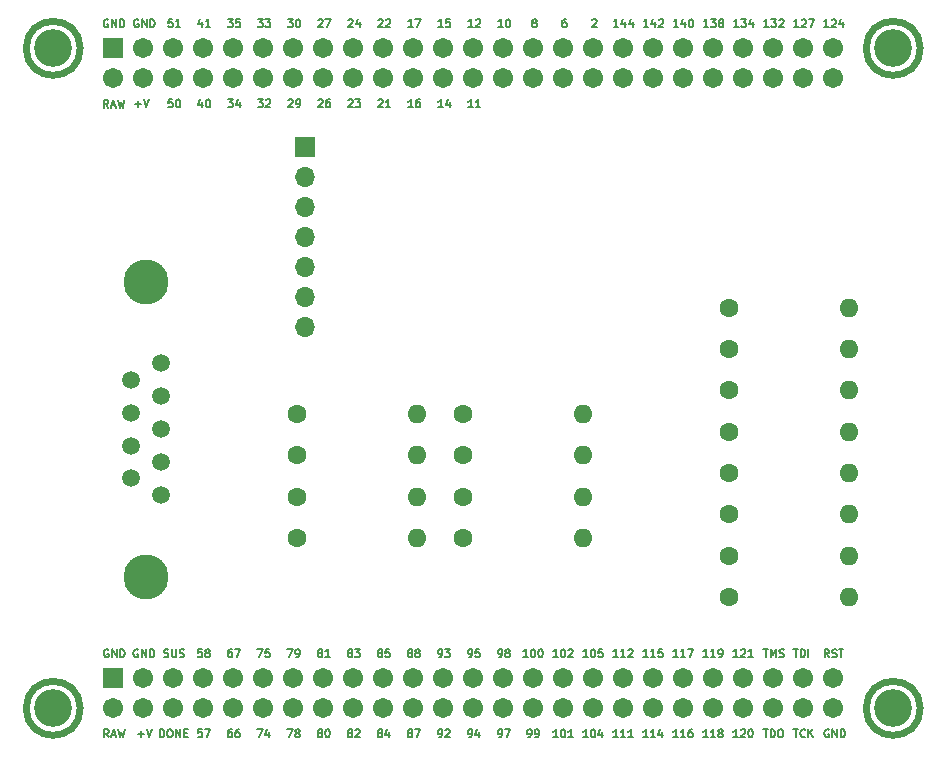
<source format=gts>
G04 #@! TF.GenerationSoftware,KiCad,Pcbnew,8.0.0*
G04 #@! TF.CreationDate,2024-05-03T13:59:33-04:00*
G04 #@! TF.ProjectId,hdmi_trigger_interface,68646d69-5f74-4726-9967-6765725f696e,rev?*
G04 #@! TF.SameCoordinates,Original*
G04 #@! TF.FileFunction,Soldermask,Top*
G04 #@! TF.FilePolarity,Negative*
%FSLAX46Y46*%
G04 Gerber Fmt 4.6, Leading zero omitted, Abs format (unit mm)*
G04 Created by KiCad (PCBNEW 8.0.0) date 2024-05-03 13:59:33*
%MOMM*%
%LPD*%
G01*
G04 APERTURE LIST*
G04 Aperture macros list*
%AMRoundRect*
0 Rectangle with rounded corners*
0 $1 Rounding radius*
0 $2 $3 $4 $5 $6 $7 $8 $9 X,Y pos of 4 corners*
0 Add a 4 corners polygon primitive as box body*
4,1,4,$2,$3,$4,$5,$6,$7,$8,$9,$2,$3,0*
0 Add four circle primitives for the rounded corners*
1,1,$1+$1,$2,$3*
1,1,$1+$1,$4,$5*
1,1,$1+$1,$6,$7*
1,1,$1+$1,$8,$9*
0 Add four rect primitives between the rounded corners*
20,1,$1+$1,$2,$3,$4,$5,0*
20,1,$1+$1,$4,$5,$6,$7,0*
20,1,$1+$1,$6,$7,$8,$9,0*
20,1,$1+$1,$8,$9,$2,$3,0*%
G04 Aperture macros list end*
%ADD10C,0.146304*%
%ADD11C,0.609600*%
%ADD12C,1.498600*%
%ADD13C,3.810000*%
%ADD14C,1.600000*%
%ADD15O,1.600000X1.600000*%
%ADD16R,1.700000X1.700000*%
%ADD17O,1.700000X1.700000*%
%ADD18C,3.200000*%
%ADD19C,1.711200*%
%ADD20RoundRect,0.101600X-0.754000X-0.754000X0.754000X-0.754000X0.754000X0.754000X-0.754000X0.754000X0*%
G04 APERTURE END LIST*
D10*
X201335796Y-35547425D02*
X201113631Y-35230046D01*
X200954941Y-35547425D02*
X200954941Y-34880929D01*
X200954941Y-34880929D02*
X201208844Y-34880929D01*
X201208844Y-34880929D02*
X201272320Y-34912667D01*
X201272320Y-34912667D02*
X201304058Y-34944405D01*
X201304058Y-34944405D02*
X201335796Y-35007881D01*
X201335796Y-35007881D02*
X201335796Y-35103095D01*
X201335796Y-35103095D02*
X201304058Y-35166571D01*
X201304058Y-35166571D02*
X201272320Y-35198308D01*
X201272320Y-35198308D02*
X201208844Y-35230046D01*
X201208844Y-35230046D02*
X200954941Y-35230046D01*
X201589699Y-35356998D02*
X201907078Y-35356998D01*
X201526223Y-35547425D02*
X201748389Y-34880929D01*
X201748389Y-34880929D02*
X201970554Y-35547425D01*
X202129243Y-34880929D02*
X202287933Y-35547425D01*
X202287933Y-35547425D02*
X202414884Y-35071357D01*
X202414884Y-35071357D02*
X202541836Y-35547425D01*
X202541836Y-35547425D02*
X202700526Y-34880929D01*
X259779058Y-28734925D02*
X259398203Y-28734925D01*
X259588631Y-28734925D02*
X259588631Y-28068429D01*
X259588631Y-28068429D02*
X259525155Y-28163643D01*
X259525155Y-28163643D02*
X259461679Y-28227119D01*
X259461679Y-28227119D02*
X259398203Y-28258857D01*
X260032961Y-28131905D02*
X260064699Y-28100167D01*
X260064699Y-28100167D02*
X260128175Y-28068429D01*
X260128175Y-28068429D02*
X260286864Y-28068429D01*
X260286864Y-28068429D02*
X260350340Y-28100167D01*
X260350340Y-28100167D02*
X260382078Y-28131905D01*
X260382078Y-28131905D02*
X260413816Y-28195381D01*
X260413816Y-28195381D02*
X260413816Y-28258857D01*
X260413816Y-28258857D02*
X260382078Y-28354071D01*
X260382078Y-28354071D02*
X260001223Y-28734925D01*
X260001223Y-28734925D02*
X260413816Y-28734925D01*
X260635981Y-28068429D02*
X261080312Y-28068429D01*
X261080312Y-28068429D02*
X260794671Y-28734925D01*
X234374179Y-82074925D02*
X234501131Y-82074925D01*
X234501131Y-82074925D02*
X234564606Y-82043188D01*
X234564606Y-82043188D02*
X234596344Y-82011450D01*
X234596344Y-82011450D02*
X234659820Y-81916236D01*
X234659820Y-81916236D02*
X234691558Y-81789284D01*
X234691558Y-81789284D02*
X234691558Y-81535381D01*
X234691558Y-81535381D02*
X234659820Y-81471905D01*
X234659820Y-81471905D02*
X234628082Y-81440167D01*
X234628082Y-81440167D02*
X234564606Y-81408429D01*
X234564606Y-81408429D02*
X234437655Y-81408429D01*
X234437655Y-81408429D02*
X234374179Y-81440167D01*
X234374179Y-81440167D02*
X234342441Y-81471905D01*
X234342441Y-81471905D02*
X234310703Y-81535381D01*
X234310703Y-81535381D02*
X234310703Y-81694071D01*
X234310703Y-81694071D02*
X234342441Y-81757546D01*
X234342441Y-81757546D02*
X234374179Y-81789284D01*
X234374179Y-81789284D02*
X234437655Y-81821022D01*
X234437655Y-81821022D02*
X234564606Y-81821022D01*
X234564606Y-81821022D02*
X234628082Y-81789284D01*
X234628082Y-81789284D02*
X234659820Y-81757546D01*
X234659820Y-81757546D02*
X234691558Y-81694071D01*
X235072413Y-81694071D02*
X235008937Y-81662333D01*
X235008937Y-81662333D02*
X234977199Y-81630595D01*
X234977199Y-81630595D02*
X234945461Y-81567119D01*
X234945461Y-81567119D02*
X234945461Y-81535381D01*
X234945461Y-81535381D02*
X234977199Y-81471905D01*
X234977199Y-81471905D02*
X235008937Y-81440167D01*
X235008937Y-81440167D02*
X235072413Y-81408429D01*
X235072413Y-81408429D02*
X235199364Y-81408429D01*
X235199364Y-81408429D02*
X235262840Y-81440167D01*
X235262840Y-81440167D02*
X235294578Y-81471905D01*
X235294578Y-81471905D02*
X235326316Y-81535381D01*
X235326316Y-81535381D02*
X235326316Y-81567119D01*
X235326316Y-81567119D02*
X235294578Y-81630595D01*
X235294578Y-81630595D02*
X235262840Y-81662333D01*
X235262840Y-81662333D02*
X235199364Y-81694071D01*
X235199364Y-81694071D02*
X235072413Y-81694071D01*
X235072413Y-81694071D02*
X235008937Y-81725808D01*
X235008937Y-81725808D02*
X234977199Y-81757546D01*
X234977199Y-81757546D02*
X234945461Y-81821022D01*
X234945461Y-81821022D02*
X234945461Y-81947974D01*
X234945461Y-81947974D02*
X234977199Y-82011450D01*
X234977199Y-82011450D02*
X235008937Y-82043188D01*
X235008937Y-82043188D02*
X235072413Y-82074925D01*
X235072413Y-82074925D02*
X235199364Y-82074925D01*
X235199364Y-82074925D02*
X235262840Y-82043188D01*
X235262840Y-82043188D02*
X235294578Y-82011450D01*
X235294578Y-82011450D02*
X235326316Y-81947974D01*
X235326316Y-81947974D02*
X235326316Y-81821022D01*
X235326316Y-81821022D02*
X235294578Y-81757546D01*
X235294578Y-81757546D02*
X235262840Y-81725808D01*
X235262840Y-81725808D02*
X235199364Y-81694071D01*
X259334727Y-81408429D02*
X259715582Y-81408429D01*
X259525155Y-82074925D02*
X259525155Y-81408429D01*
X259937747Y-82074925D02*
X259937747Y-81408429D01*
X259937747Y-81408429D02*
X260096437Y-81408429D01*
X260096437Y-81408429D02*
X260191650Y-81440167D01*
X260191650Y-81440167D02*
X260255126Y-81503643D01*
X260255126Y-81503643D02*
X260286864Y-81567119D01*
X260286864Y-81567119D02*
X260318602Y-81694071D01*
X260318602Y-81694071D02*
X260318602Y-81789284D01*
X260318602Y-81789284D02*
X260286864Y-81916236D01*
X260286864Y-81916236D02*
X260255126Y-81979712D01*
X260255126Y-81979712D02*
X260191650Y-82043188D01*
X260191650Y-82043188D02*
X260096437Y-82074925D01*
X260096437Y-82074925D02*
X259937747Y-82074925D01*
X260604243Y-82074925D02*
X260604243Y-81408429D01*
X249551558Y-82074925D02*
X249170703Y-82074925D01*
X249361131Y-82074925D02*
X249361131Y-81408429D01*
X249361131Y-81408429D02*
X249297655Y-81503643D01*
X249297655Y-81503643D02*
X249234179Y-81567119D01*
X249234179Y-81567119D02*
X249170703Y-81598857D01*
X250186316Y-82074925D02*
X249805461Y-82074925D01*
X249995889Y-82074925D02*
X249995889Y-81408429D01*
X249995889Y-81408429D02*
X249932413Y-81503643D01*
X249932413Y-81503643D02*
X249868937Y-81567119D01*
X249868937Y-81567119D02*
X249805461Y-81598857D01*
X250408481Y-81408429D02*
X250852812Y-81408429D01*
X250852812Y-81408429D02*
X250567171Y-82074925D01*
X224190703Y-34924405D02*
X224222441Y-34892667D01*
X224222441Y-34892667D02*
X224285917Y-34860929D01*
X224285917Y-34860929D02*
X224444606Y-34860929D01*
X224444606Y-34860929D02*
X224508082Y-34892667D01*
X224508082Y-34892667D02*
X224539820Y-34924405D01*
X224539820Y-34924405D02*
X224571558Y-34987881D01*
X224571558Y-34987881D02*
X224571558Y-35051357D01*
X224571558Y-35051357D02*
X224539820Y-35146571D01*
X224539820Y-35146571D02*
X224158965Y-35527425D01*
X224158965Y-35527425D02*
X224571558Y-35527425D01*
X225206316Y-35527425D02*
X224825461Y-35527425D01*
X225015889Y-35527425D02*
X225015889Y-34860929D01*
X225015889Y-34860929D02*
X224952413Y-34956143D01*
X224952413Y-34956143D02*
X224888937Y-35019619D01*
X224888937Y-35019619D02*
X224825461Y-35051357D01*
X249591558Y-28734925D02*
X249210703Y-28734925D01*
X249401131Y-28734925D02*
X249401131Y-28068429D01*
X249401131Y-28068429D02*
X249337655Y-28163643D01*
X249337655Y-28163643D02*
X249274179Y-28227119D01*
X249274179Y-28227119D02*
X249210703Y-28258857D01*
X250162840Y-28290595D02*
X250162840Y-28734925D01*
X250004151Y-28036692D02*
X249845461Y-28512760D01*
X249845461Y-28512760D02*
X250258054Y-28512760D01*
X250638909Y-28068429D02*
X250702384Y-28068429D01*
X250702384Y-28068429D02*
X250765860Y-28100167D01*
X250765860Y-28100167D02*
X250797598Y-28131905D01*
X250797598Y-28131905D02*
X250829336Y-28195381D01*
X250829336Y-28195381D02*
X250861074Y-28322333D01*
X250861074Y-28322333D02*
X250861074Y-28481022D01*
X250861074Y-28481022D02*
X250829336Y-28607974D01*
X250829336Y-28607974D02*
X250797598Y-28671450D01*
X250797598Y-28671450D02*
X250765860Y-28703188D01*
X250765860Y-28703188D02*
X250702384Y-28734925D01*
X250702384Y-28734925D02*
X250638909Y-28734925D01*
X250638909Y-28734925D02*
X250575433Y-28703188D01*
X250575433Y-28703188D02*
X250543695Y-28671450D01*
X250543695Y-28671450D02*
X250511957Y-28607974D01*
X250511957Y-28607974D02*
X250480219Y-28481022D01*
X250480219Y-28481022D02*
X250480219Y-28322333D01*
X250480219Y-28322333D02*
X250511957Y-28195381D01*
X250511957Y-28195381D02*
X250543695Y-28131905D01*
X250543695Y-28131905D02*
X250575433Y-28100167D01*
X250575433Y-28100167D02*
X250638909Y-28068429D01*
X201304058Y-28100167D02*
X201240582Y-28068429D01*
X201240582Y-28068429D02*
X201145368Y-28068429D01*
X201145368Y-28068429D02*
X201050155Y-28100167D01*
X201050155Y-28100167D02*
X200986679Y-28163643D01*
X200986679Y-28163643D02*
X200954941Y-28227119D01*
X200954941Y-28227119D02*
X200923203Y-28354071D01*
X200923203Y-28354071D02*
X200923203Y-28449284D01*
X200923203Y-28449284D02*
X200954941Y-28576236D01*
X200954941Y-28576236D02*
X200986679Y-28639712D01*
X200986679Y-28639712D02*
X201050155Y-28703188D01*
X201050155Y-28703188D02*
X201145368Y-28734925D01*
X201145368Y-28734925D02*
X201208844Y-28734925D01*
X201208844Y-28734925D02*
X201304058Y-28703188D01*
X201304058Y-28703188D02*
X201335796Y-28671450D01*
X201335796Y-28671450D02*
X201335796Y-28449284D01*
X201335796Y-28449284D02*
X201208844Y-28449284D01*
X201621437Y-28734925D02*
X201621437Y-28068429D01*
X201621437Y-28068429D02*
X202002292Y-28734925D01*
X202002292Y-28734925D02*
X202002292Y-28068429D01*
X202319671Y-28734925D02*
X202319671Y-28068429D01*
X202319671Y-28068429D02*
X202478361Y-28068429D01*
X202478361Y-28068429D02*
X202573574Y-28100167D01*
X202573574Y-28100167D02*
X202637050Y-28163643D01*
X202637050Y-28163643D02*
X202668788Y-28227119D01*
X202668788Y-28227119D02*
X202700526Y-28354071D01*
X202700526Y-28354071D02*
X202700526Y-28449284D01*
X202700526Y-28449284D02*
X202668788Y-28576236D01*
X202668788Y-28576236D02*
X202637050Y-28639712D01*
X202637050Y-28639712D02*
X202573574Y-28703188D01*
X202573574Y-28703188D02*
X202478361Y-28734925D01*
X202478361Y-28734925D02*
X202319671Y-28734925D01*
X201330558Y-81440167D02*
X201267082Y-81408429D01*
X201267082Y-81408429D02*
X201171868Y-81408429D01*
X201171868Y-81408429D02*
X201076655Y-81440167D01*
X201076655Y-81440167D02*
X201013179Y-81503643D01*
X201013179Y-81503643D02*
X200981441Y-81567119D01*
X200981441Y-81567119D02*
X200949703Y-81694071D01*
X200949703Y-81694071D02*
X200949703Y-81789284D01*
X200949703Y-81789284D02*
X200981441Y-81916236D01*
X200981441Y-81916236D02*
X201013179Y-81979712D01*
X201013179Y-81979712D02*
X201076655Y-82043188D01*
X201076655Y-82043188D02*
X201171868Y-82074925D01*
X201171868Y-82074925D02*
X201235344Y-82074925D01*
X201235344Y-82074925D02*
X201330558Y-82043188D01*
X201330558Y-82043188D02*
X201362296Y-82011450D01*
X201362296Y-82011450D02*
X201362296Y-81789284D01*
X201362296Y-81789284D02*
X201235344Y-81789284D01*
X201647937Y-82074925D02*
X201647937Y-81408429D01*
X201647937Y-81408429D02*
X202028792Y-82074925D01*
X202028792Y-82074925D02*
X202028792Y-81408429D01*
X202346171Y-82074925D02*
X202346171Y-81408429D01*
X202346171Y-81408429D02*
X202504861Y-81408429D01*
X202504861Y-81408429D02*
X202600074Y-81440167D01*
X202600074Y-81440167D02*
X202663550Y-81503643D01*
X202663550Y-81503643D02*
X202695288Y-81567119D01*
X202695288Y-81567119D02*
X202727026Y-81694071D01*
X202727026Y-81694071D02*
X202727026Y-81789284D01*
X202727026Y-81789284D02*
X202695288Y-81916236D01*
X202695288Y-81916236D02*
X202663550Y-81979712D01*
X202663550Y-81979712D02*
X202600074Y-82043188D01*
X202600074Y-82043188D02*
X202504861Y-82074925D01*
X202504861Y-82074925D02*
X202346171Y-82074925D01*
X213958965Y-81408429D02*
X214403296Y-81408429D01*
X214403296Y-81408429D02*
X214117655Y-82074925D01*
X214974578Y-81408429D02*
X214657199Y-81408429D01*
X214657199Y-81408429D02*
X214625461Y-81725808D01*
X214625461Y-81725808D02*
X214657199Y-81694071D01*
X214657199Y-81694071D02*
X214720675Y-81662333D01*
X214720675Y-81662333D02*
X214879364Y-81662333D01*
X214879364Y-81662333D02*
X214942840Y-81694071D01*
X214942840Y-81694071D02*
X214974578Y-81725808D01*
X214974578Y-81725808D02*
X215006316Y-81789284D01*
X215006316Y-81789284D02*
X215006316Y-81947974D01*
X215006316Y-81947974D02*
X214974578Y-82011450D01*
X214974578Y-82011450D02*
X214942840Y-82043188D01*
X214942840Y-82043188D02*
X214879364Y-82074925D01*
X214879364Y-82074925D02*
X214720675Y-82074925D01*
X214720675Y-82074925D02*
X214657199Y-82043188D01*
X214657199Y-82043188D02*
X214625461Y-82011450D01*
X219197655Y-88486571D02*
X219134179Y-88454833D01*
X219134179Y-88454833D02*
X219102441Y-88423095D01*
X219102441Y-88423095D02*
X219070703Y-88359619D01*
X219070703Y-88359619D02*
X219070703Y-88327881D01*
X219070703Y-88327881D02*
X219102441Y-88264405D01*
X219102441Y-88264405D02*
X219134179Y-88232667D01*
X219134179Y-88232667D02*
X219197655Y-88200929D01*
X219197655Y-88200929D02*
X219324606Y-88200929D01*
X219324606Y-88200929D02*
X219388082Y-88232667D01*
X219388082Y-88232667D02*
X219419820Y-88264405D01*
X219419820Y-88264405D02*
X219451558Y-88327881D01*
X219451558Y-88327881D02*
X219451558Y-88359619D01*
X219451558Y-88359619D02*
X219419820Y-88423095D01*
X219419820Y-88423095D02*
X219388082Y-88454833D01*
X219388082Y-88454833D02*
X219324606Y-88486571D01*
X219324606Y-88486571D02*
X219197655Y-88486571D01*
X219197655Y-88486571D02*
X219134179Y-88518308D01*
X219134179Y-88518308D02*
X219102441Y-88550046D01*
X219102441Y-88550046D02*
X219070703Y-88613522D01*
X219070703Y-88613522D02*
X219070703Y-88740474D01*
X219070703Y-88740474D02*
X219102441Y-88803950D01*
X219102441Y-88803950D02*
X219134179Y-88835688D01*
X219134179Y-88835688D02*
X219197655Y-88867425D01*
X219197655Y-88867425D02*
X219324606Y-88867425D01*
X219324606Y-88867425D02*
X219388082Y-88835688D01*
X219388082Y-88835688D02*
X219419820Y-88803950D01*
X219419820Y-88803950D02*
X219451558Y-88740474D01*
X219451558Y-88740474D02*
X219451558Y-88613522D01*
X219451558Y-88613522D02*
X219419820Y-88550046D01*
X219419820Y-88550046D02*
X219388082Y-88518308D01*
X219388082Y-88518308D02*
X219324606Y-88486571D01*
X219864151Y-88200929D02*
X219927626Y-88200929D01*
X219927626Y-88200929D02*
X219991102Y-88232667D01*
X219991102Y-88232667D02*
X220022840Y-88264405D01*
X220022840Y-88264405D02*
X220054578Y-88327881D01*
X220054578Y-88327881D02*
X220086316Y-88454833D01*
X220086316Y-88454833D02*
X220086316Y-88613522D01*
X220086316Y-88613522D02*
X220054578Y-88740474D01*
X220054578Y-88740474D02*
X220022840Y-88803950D01*
X220022840Y-88803950D02*
X219991102Y-88835688D01*
X219991102Y-88835688D02*
X219927626Y-88867425D01*
X219927626Y-88867425D02*
X219864151Y-88867425D01*
X219864151Y-88867425D02*
X219800675Y-88835688D01*
X219800675Y-88835688D02*
X219768937Y-88803950D01*
X219768937Y-88803950D02*
X219737199Y-88740474D01*
X219737199Y-88740474D02*
X219705461Y-88613522D01*
X219705461Y-88613522D02*
X219705461Y-88454833D01*
X219705461Y-88454833D02*
X219737199Y-88327881D01*
X219737199Y-88327881D02*
X219768937Y-88264405D01*
X219768937Y-88264405D02*
X219800675Y-88232667D01*
X219800675Y-88232667D02*
X219864151Y-88200929D01*
X247011558Y-82074925D02*
X246630703Y-82074925D01*
X246821131Y-82074925D02*
X246821131Y-81408429D01*
X246821131Y-81408429D02*
X246757655Y-81503643D01*
X246757655Y-81503643D02*
X246694179Y-81567119D01*
X246694179Y-81567119D02*
X246630703Y-81598857D01*
X247646316Y-82074925D02*
X247265461Y-82074925D01*
X247455889Y-82074925D02*
X247455889Y-81408429D01*
X247455889Y-81408429D02*
X247392413Y-81503643D01*
X247392413Y-81503643D02*
X247328937Y-81567119D01*
X247328937Y-81567119D02*
X247265461Y-81598857D01*
X248249336Y-81408429D02*
X247931957Y-81408429D01*
X247931957Y-81408429D02*
X247900219Y-81725808D01*
X247900219Y-81725808D02*
X247931957Y-81694071D01*
X247931957Y-81694071D02*
X247995433Y-81662333D01*
X247995433Y-81662333D02*
X248154122Y-81662333D01*
X248154122Y-81662333D02*
X248217598Y-81694071D01*
X248217598Y-81694071D02*
X248249336Y-81725808D01*
X248249336Y-81725808D02*
X248281074Y-81789284D01*
X248281074Y-81789284D02*
X248281074Y-81947974D01*
X248281074Y-81947974D02*
X248249336Y-82011450D01*
X248249336Y-82011450D02*
X248217598Y-82043188D01*
X248217598Y-82043188D02*
X248154122Y-82074925D01*
X248154122Y-82074925D02*
X247995433Y-82074925D01*
X247995433Y-82074925D02*
X247931957Y-82043188D01*
X247931957Y-82043188D02*
X247900219Y-82011450D01*
X247051558Y-28734925D02*
X246670703Y-28734925D01*
X246861131Y-28734925D02*
X246861131Y-28068429D01*
X246861131Y-28068429D02*
X246797655Y-28163643D01*
X246797655Y-28163643D02*
X246734179Y-28227119D01*
X246734179Y-28227119D02*
X246670703Y-28258857D01*
X247622840Y-28290595D02*
X247622840Y-28734925D01*
X247464151Y-28036692D02*
X247305461Y-28512760D01*
X247305461Y-28512760D02*
X247718054Y-28512760D01*
X247940219Y-28131905D02*
X247971957Y-28100167D01*
X247971957Y-28100167D02*
X248035433Y-28068429D01*
X248035433Y-28068429D02*
X248194122Y-28068429D01*
X248194122Y-28068429D02*
X248257598Y-28100167D01*
X248257598Y-28100167D02*
X248289336Y-28131905D01*
X248289336Y-28131905D02*
X248321074Y-28195381D01*
X248321074Y-28195381D02*
X248321074Y-28258857D01*
X248321074Y-28258857D02*
X248289336Y-28354071D01*
X248289336Y-28354071D02*
X247908481Y-28734925D01*
X247908481Y-28734925D02*
X248321074Y-28734925D01*
X221650703Y-34924405D02*
X221682441Y-34892667D01*
X221682441Y-34892667D02*
X221745917Y-34860929D01*
X221745917Y-34860929D02*
X221904606Y-34860929D01*
X221904606Y-34860929D02*
X221968082Y-34892667D01*
X221968082Y-34892667D02*
X221999820Y-34924405D01*
X221999820Y-34924405D02*
X222031558Y-34987881D01*
X222031558Y-34987881D02*
X222031558Y-35051357D01*
X222031558Y-35051357D02*
X221999820Y-35146571D01*
X221999820Y-35146571D02*
X221618965Y-35527425D01*
X221618965Y-35527425D02*
X222031558Y-35527425D01*
X222253723Y-34860929D02*
X222666316Y-34860929D01*
X222666316Y-34860929D02*
X222444151Y-35114833D01*
X222444151Y-35114833D02*
X222539364Y-35114833D01*
X222539364Y-35114833D02*
X222602840Y-35146571D01*
X222602840Y-35146571D02*
X222634578Y-35178308D01*
X222634578Y-35178308D02*
X222666316Y-35241784D01*
X222666316Y-35241784D02*
X222666316Y-35400474D01*
X222666316Y-35400474D02*
X222634578Y-35463950D01*
X222634578Y-35463950D02*
X222602840Y-35495688D01*
X222602840Y-35495688D02*
X222539364Y-35527425D01*
X222539364Y-35527425D02*
X222348937Y-35527425D01*
X222348937Y-35527425D02*
X222285461Y-35495688D01*
X222285461Y-35495688D02*
X222253723Y-35463950D01*
X254631558Y-88867425D02*
X254250703Y-88867425D01*
X254441131Y-88867425D02*
X254441131Y-88200929D01*
X254441131Y-88200929D02*
X254377655Y-88296143D01*
X254377655Y-88296143D02*
X254314179Y-88359619D01*
X254314179Y-88359619D02*
X254250703Y-88391357D01*
X254885461Y-88264405D02*
X254917199Y-88232667D01*
X254917199Y-88232667D02*
X254980675Y-88200929D01*
X254980675Y-88200929D02*
X255139364Y-88200929D01*
X255139364Y-88200929D02*
X255202840Y-88232667D01*
X255202840Y-88232667D02*
X255234578Y-88264405D01*
X255234578Y-88264405D02*
X255266316Y-88327881D01*
X255266316Y-88327881D02*
X255266316Y-88391357D01*
X255266316Y-88391357D02*
X255234578Y-88486571D01*
X255234578Y-88486571D02*
X254853723Y-88867425D01*
X254853723Y-88867425D02*
X255266316Y-88867425D01*
X255678909Y-88200929D02*
X255742384Y-88200929D01*
X255742384Y-88200929D02*
X255805860Y-88232667D01*
X255805860Y-88232667D02*
X255837598Y-88264405D01*
X255837598Y-88264405D02*
X255869336Y-88327881D01*
X255869336Y-88327881D02*
X255901074Y-88454833D01*
X255901074Y-88454833D02*
X255901074Y-88613522D01*
X255901074Y-88613522D02*
X255869336Y-88740474D01*
X255869336Y-88740474D02*
X255837598Y-88803950D01*
X255837598Y-88803950D02*
X255805860Y-88835688D01*
X255805860Y-88835688D02*
X255742384Y-88867425D01*
X255742384Y-88867425D02*
X255678909Y-88867425D01*
X255678909Y-88867425D02*
X255615433Y-88835688D01*
X255615433Y-88835688D02*
X255583695Y-88803950D01*
X255583695Y-88803950D02*
X255551957Y-88740474D01*
X255551957Y-88740474D02*
X255520219Y-88613522D01*
X255520219Y-88613522D02*
X255520219Y-88454833D01*
X255520219Y-88454833D02*
X255551957Y-88327881D01*
X255551957Y-88327881D02*
X255583695Y-88264405D01*
X255583695Y-88264405D02*
X255615433Y-88232667D01*
X255615433Y-88232667D02*
X255678909Y-88200929D01*
X224277655Y-81694071D02*
X224214179Y-81662333D01*
X224214179Y-81662333D02*
X224182441Y-81630595D01*
X224182441Y-81630595D02*
X224150703Y-81567119D01*
X224150703Y-81567119D02*
X224150703Y-81535381D01*
X224150703Y-81535381D02*
X224182441Y-81471905D01*
X224182441Y-81471905D02*
X224214179Y-81440167D01*
X224214179Y-81440167D02*
X224277655Y-81408429D01*
X224277655Y-81408429D02*
X224404606Y-81408429D01*
X224404606Y-81408429D02*
X224468082Y-81440167D01*
X224468082Y-81440167D02*
X224499820Y-81471905D01*
X224499820Y-81471905D02*
X224531558Y-81535381D01*
X224531558Y-81535381D02*
X224531558Y-81567119D01*
X224531558Y-81567119D02*
X224499820Y-81630595D01*
X224499820Y-81630595D02*
X224468082Y-81662333D01*
X224468082Y-81662333D02*
X224404606Y-81694071D01*
X224404606Y-81694071D02*
X224277655Y-81694071D01*
X224277655Y-81694071D02*
X224214179Y-81725808D01*
X224214179Y-81725808D02*
X224182441Y-81757546D01*
X224182441Y-81757546D02*
X224150703Y-81821022D01*
X224150703Y-81821022D02*
X224150703Y-81947974D01*
X224150703Y-81947974D02*
X224182441Y-82011450D01*
X224182441Y-82011450D02*
X224214179Y-82043188D01*
X224214179Y-82043188D02*
X224277655Y-82074925D01*
X224277655Y-82074925D02*
X224404606Y-82074925D01*
X224404606Y-82074925D02*
X224468082Y-82043188D01*
X224468082Y-82043188D02*
X224499820Y-82011450D01*
X224499820Y-82011450D02*
X224531558Y-81947974D01*
X224531558Y-81947974D02*
X224531558Y-81821022D01*
X224531558Y-81821022D02*
X224499820Y-81757546D01*
X224499820Y-81757546D02*
X224468082Y-81725808D01*
X224468082Y-81725808D02*
X224404606Y-81694071D01*
X225134578Y-81408429D02*
X224817199Y-81408429D01*
X224817199Y-81408429D02*
X224785461Y-81725808D01*
X224785461Y-81725808D02*
X224817199Y-81694071D01*
X224817199Y-81694071D02*
X224880675Y-81662333D01*
X224880675Y-81662333D02*
X225039364Y-81662333D01*
X225039364Y-81662333D02*
X225102840Y-81694071D01*
X225102840Y-81694071D02*
X225134578Y-81725808D01*
X225134578Y-81725808D02*
X225166316Y-81789284D01*
X225166316Y-81789284D02*
X225166316Y-81947974D01*
X225166316Y-81947974D02*
X225134578Y-82011450D01*
X225134578Y-82011450D02*
X225102840Y-82043188D01*
X225102840Y-82043188D02*
X225039364Y-82074925D01*
X225039364Y-82074925D02*
X224880675Y-82074925D01*
X224880675Y-82074925D02*
X224817199Y-82043188D01*
X224817199Y-82043188D02*
X224785461Y-82011450D01*
X211768082Y-88200929D02*
X211641131Y-88200929D01*
X211641131Y-88200929D02*
X211577655Y-88232667D01*
X211577655Y-88232667D02*
X211545917Y-88264405D01*
X211545917Y-88264405D02*
X211482441Y-88359619D01*
X211482441Y-88359619D02*
X211450703Y-88486571D01*
X211450703Y-88486571D02*
X211450703Y-88740474D01*
X211450703Y-88740474D02*
X211482441Y-88803950D01*
X211482441Y-88803950D02*
X211514179Y-88835688D01*
X211514179Y-88835688D02*
X211577655Y-88867425D01*
X211577655Y-88867425D02*
X211704606Y-88867425D01*
X211704606Y-88867425D02*
X211768082Y-88835688D01*
X211768082Y-88835688D02*
X211799820Y-88803950D01*
X211799820Y-88803950D02*
X211831558Y-88740474D01*
X211831558Y-88740474D02*
X211831558Y-88581784D01*
X211831558Y-88581784D02*
X211799820Y-88518308D01*
X211799820Y-88518308D02*
X211768082Y-88486571D01*
X211768082Y-88486571D02*
X211704606Y-88454833D01*
X211704606Y-88454833D02*
X211577655Y-88454833D01*
X211577655Y-88454833D02*
X211514179Y-88486571D01*
X211514179Y-88486571D02*
X211482441Y-88518308D01*
X211482441Y-88518308D02*
X211450703Y-88581784D01*
X212402840Y-88200929D02*
X212275889Y-88200929D01*
X212275889Y-88200929D02*
X212212413Y-88232667D01*
X212212413Y-88232667D02*
X212180675Y-88264405D01*
X212180675Y-88264405D02*
X212117199Y-88359619D01*
X212117199Y-88359619D02*
X212085461Y-88486571D01*
X212085461Y-88486571D02*
X212085461Y-88740474D01*
X212085461Y-88740474D02*
X212117199Y-88803950D01*
X212117199Y-88803950D02*
X212148937Y-88835688D01*
X212148937Y-88835688D02*
X212212413Y-88867425D01*
X212212413Y-88867425D02*
X212339364Y-88867425D01*
X212339364Y-88867425D02*
X212402840Y-88835688D01*
X212402840Y-88835688D02*
X212434578Y-88803950D01*
X212434578Y-88803950D02*
X212466316Y-88740474D01*
X212466316Y-88740474D02*
X212466316Y-88581784D01*
X212466316Y-88581784D02*
X212434578Y-88518308D01*
X212434578Y-88518308D02*
X212402840Y-88486571D01*
X212402840Y-88486571D02*
X212339364Y-88454833D01*
X212339364Y-88454833D02*
X212212413Y-88454833D01*
X212212413Y-88454833D02*
X212148937Y-88486571D01*
X212148937Y-88486571D02*
X212117199Y-88518308D01*
X212117199Y-88518308D02*
X212085461Y-88581784D01*
X219110703Y-34924405D02*
X219142441Y-34892667D01*
X219142441Y-34892667D02*
X219205917Y-34860929D01*
X219205917Y-34860929D02*
X219364606Y-34860929D01*
X219364606Y-34860929D02*
X219428082Y-34892667D01*
X219428082Y-34892667D02*
X219459820Y-34924405D01*
X219459820Y-34924405D02*
X219491558Y-34987881D01*
X219491558Y-34987881D02*
X219491558Y-35051357D01*
X219491558Y-35051357D02*
X219459820Y-35146571D01*
X219459820Y-35146571D02*
X219078965Y-35527425D01*
X219078965Y-35527425D02*
X219491558Y-35527425D01*
X220062840Y-34860929D02*
X219935889Y-34860929D01*
X219935889Y-34860929D02*
X219872413Y-34892667D01*
X219872413Y-34892667D02*
X219840675Y-34924405D01*
X219840675Y-34924405D02*
X219777199Y-35019619D01*
X219777199Y-35019619D02*
X219745461Y-35146571D01*
X219745461Y-35146571D02*
X219745461Y-35400474D01*
X219745461Y-35400474D02*
X219777199Y-35463950D01*
X219777199Y-35463950D02*
X219808937Y-35495688D01*
X219808937Y-35495688D02*
X219872413Y-35527425D01*
X219872413Y-35527425D02*
X219999364Y-35527425D01*
X219999364Y-35527425D02*
X220062840Y-35495688D01*
X220062840Y-35495688D02*
X220094578Y-35463950D01*
X220094578Y-35463950D02*
X220126316Y-35400474D01*
X220126316Y-35400474D02*
X220126316Y-35241784D01*
X220126316Y-35241784D02*
X220094578Y-35178308D01*
X220094578Y-35178308D02*
X220062840Y-35146571D01*
X220062840Y-35146571D02*
X219999364Y-35114833D01*
X219999364Y-35114833D02*
X219872413Y-35114833D01*
X219872413Y-35114833D02*
X219808937Y-35146571D01*
X219808937Y-35146571D02*
X219777199Y-35178308D01*
X219777199Y-35178308D02*
X219745461Y-35241784D01*
X236851558Y-82074925D02*
X236470703Y-82074925D01*
X236661131Y-82074925D02*
X236661131Y-81408429D01*
X236661131Y-81408429D02*
X236597655Y-81503643D01*
X236597655Y-81503643D02*
X236534179Y-81567119D01*
X236534179Y-81567119D02*
X236470703Y-81598857D01*
X237264151Y-81408429D02*
X237327626Y-81408429D01*
X237327626Y-81408429D02*
X237391102Y-81440167D01*
X237391102Y-81440167D02*
X237422840Y-81471905D01*
X237422840Y-81471905D02*
X237454578Y-81535381D01*
X237454578Y-81535381D02*
X237486316Y-81662333D01*
X237486316Y-81662333D02*
X237486316Y-81821022D01*
X237486316Y-81821022D02*
X237454578Y-81947974D01*
X237454578Y-81947974D02*
X237422840Y-82011450D01*
X237422840Y-82011450D02*
X237391102Y-82043188D01*
X237391102Y-82043188D02*
X237327626Y-82074925D01*
X237327626Y-82074925D02*
X237264151Y-82074925D01*
X237264151Y-82074925D02*
X237200675Y-82043188D01*
X237200675Y-82043188D02*
X237168937Y-82011450D01*
X237168937Y-82011450D02*
X237137199Y-81947974D01*
X237137199Y-81947974D02*
X237105461Y-81821022D01*
X237105461Y-81821022D02*
X237105461Y-81662333D01*
X237105461Y-81662333D02*
X237137199Y-81535381D01*
X237137199Y-81535381D02*
X237168937Y-81471905D01*
X237168937Y-81471905D02*
X237200675Y-81440167D01*
X237200675Y-81440167D02*
X237264151Y-81408429D01*
X237898909Y-81408429D02*
X237962384Y-81408429D01*
X237962384Y-81408429D02*
X238025860Y-81440167D01*
X238025860Y-81440167D02*
X238057598Y-81471905D01*
X238057598Y-81471905D02*
X238089336Y-81535381D01*
X238089336Y-81535381D02*
X238121074Y-81662333D01*
X238121074Y-81662333D02*
X238121074Y-81821022D01*
X238121074Y-81821022D02*
X238089336Y-81947974D01*
X238089336Y-81947974D02*
X238057598Y-82011450D01*
X238057598Y-82011450D02*
X238025860Y-82043188D01*
X238025860Y-82043188D02*
X237962384Y-82074925D01*
X237962384Y-82074925D02*
X237898909Y-82074925D01*
X237898909Y-82074925D02*
X237835433Y-82043188D01*
X237835433Y-82043188D02*
X237803695Y-82011450D01*
X237803695Y-82011450D02*
X237771957Y-81947974D01*
X237771957Y-81947974D02*
X237740219Y-81821022D01*
X237740219Y-81821022D02*
X237740219Y-81662333D01*
X237740219Y-81662333D02*
X237771957Y-81535381D01*
X237771957Y-81535381D02*
X237803695Y-81471905D01*
X237803695Y-81471905D02*
X237835433Y-81440167D01*
X237835433Y-81440167D02*
X237898909Y-81408429D01*
X256794727Y-81408429D02*
X257175582Y-81408429D01*
X256985155Y-82074925D02*
X256985155Y-81408429D01*
X257397747Y-82074925D02*
X257397747Y-81408429D01*
X257397747Y-81408429D02*
X257619912Y-81884498D01*
X257619912Y-81884498D02*
X257842078Y-81408429D01*
X257842078Y-81408429D02*
X257842078Y-82074925D01*
X258127719Y-82043188D02*
X258222933Y-82074925D01*
X258222933Y-82074925D02*
X258381622Y-82074925D01*
X258381622Y-82074925D02*
X258445098Y-82043188D01*
X258445098Y-82043188D02*
X258476836Y-82011450D01*
X258476836Y-82011450D02*
X258508574Y-81947974D01*
X258508574Y-81947974D02*
X258508574Y-81884498D01*
X258508574Y-81884498D02*
X258476836Y-81821022D01*
X258476836Y-81821022D02*
X258445098Y-81789284D01*
X258445098Y-81789284D02*
X258381622Y-81757546D01*
X258381622Y-81757546D02*
X258254671Y-81725808D01*
X258254671Y-81725808D02*
X258191195Y-81694071D01*
X258191195Y-81694071D02*
X258159457Y-81662333D01*
X258159457Y-81662333D02*
X258127719Y-81598857D01*
X258127719Y-81598857D02*
X258127719Y-81535381D01*
X258127719Y-81535381D02*
X258159457Y-81471905D01*
X258159457Y-81471905D02*
X258191195Y-81440167D01*
X258191195Y-81440167D02*
X258254671Y-81408429D01*
X258254671Y-81408429D02*
X258413360Y-81408429D01*
X258413360Y-81408429D02*
X258508574Y-81440167D01*
X232191558Y-35527425D02*
X231810703Y-35527425D01*
X232001131Y-35527425D02*
X232001131Y-34860929D01*
X232001131Y-34860929D02*
X231937655Y-34956143D01*
X231937655Y-34956143D02*
X231874179Y-35019619D01*
X231874179Y-35019619D02*
X231810703Y-35051357D01*
X232826316Y-35527425D02*
X232445461Y-35527425D01*
X232635889Y-35527425D02*
X232635889Y-34860929D01*
X232635889Y-34860929D02*
X232572413Y-34956143D01*
X232572413Y-34956143D02*
X232508937Y-35019619D01*
X232508937Y-35019619D02*
X232445461Y-35051357D01*
X206759820Y-28068429D02*
X206442441Y-28068429D01*
X206442441Y-28068429D02*
X206410703Y-28385808D01*
X206410703Y-28385808D02*
X206442441Y-28354071D01*
X206442441Y-28354071D02*
X206505917Y-28322333D01*
X206505917Y-28322333D02*
X206664606Y-28322333D01*
X206664606Y-28322333D02*
X206728082Y-28354071D01*
X206728082Y-28354071D02*
X206759820Y-28385808D01*
X206759820Y-28385808D02*
X206791558Y-28449284D01*
X206791558Y-28449284D02*
X206791558Y-28607974D01*
X206791558Y-28607974D02*
X206759820Y-28671450D01*
X206759820Y-28671450D02*
X206728082Y-28703188D01*
X206728082Y-28703188D02*
X206664606Y-28734925D01*
X206664606Y-28734925D02*
X206505917Y-28734925D01*
X206505917Y-28734925D02*
X206442441Y-28703188D01*
X206442441Y-28703188D02*
X206410703Y-28671450D01*
X207426316Y-28734925D02*
X207045461Y-28734925D01*
X207235889Y-28734925D02*
X207235889Y-28068429D01*
X207235889Y-28068429D02*
X207172413Y-28163643D01*
X207172413Y-28163643D02*
X207108937Y-28227119D01*
X207108937Y-28227119D02*
X207045461Y-28258857D01*
X262319058Y-88232667D02*
X262255582Y-88200929D01*
X262255582Y-88200929D02*
X262160368Y-88200929D01*
X262160368Y-88200929D02*
X262065155Y-88232667D01*
X262065155Y-88232667D02*
X262001679Y-88296143D01*
X262001679Y-88296143D02*
X261969941Y-88359619D01*
X261969941Y-88359619D02*
X261938203Y-88486571D01*
X261938203Y-88486571D02*
X261938203Y-88581784D01*
X261938203Y-88581784D02*
X261969941Y-88708736D01*
X261969941Y-88708736D02*
X262001679Y-88772212D01*
X262001679Y-88772212D02*
X262065155Y-88835688D01*
X262065155Y-88835688D02*
X262160368Y-88867425D01*
X262160368Y-88867425D02*
X262223844Y-88867425D01*
X262223844Y-88867425D02*
X262319058Y-88835688D01*
X262319058Y-88835688D02*
X262350796Y-88803950D01*
X262350796Y-88803950D02*
X262350796Y-88581784D01*
X262350796Y-88581784D02*
X262223844Y-88581784D01*
X262636437Y-88867425D02*
X262636437Y-88200929D01*
X262636437Y-88200929D02*
X263017292Y-88867425D01*
X263017292Y-88867425D02*
X263017292Y-88200929D01*
X263334671Y-88867425D02*
X263334671Y-88200929D01*
X263334671Y-88200929D02*
X263493361Y-88200929D01*
X263493361Y-88200929D02*
X263588574Y-88232667D01*
X263588574Y-88232667D02*
X263652050Y-88296143D01*
X263652050Y-88296143D02*
X263683788Y-88359619D01*
X263683788Y-88359619D02*
X263715526Y-88486571D01*
X263715526Y-88486571D02*
X263715526Y-88581784D01*
X263715526Y-88581784D02*
X263683788Y-88708736D01*
X263683788Y-88708736D02*
X263652050Y-88772212D01*
X263652050Y-88772212D02*
X263588574Y-88835688D01*
X263588574Y-88835688D02*
X263493361Y-88867425D01*
X263493361Y-88867425D02*
X263334671Y-88867425D01*
X221650703Y-28131905D02*
X221682441Y-28100167D01*
X221682441Y-28100167D02*
X221745917Y-28068429D01*
X221745917Y-28068429D02*
X221904606Y-28068429D01*
X221904606Y-28068429D02*
X221968082Y-28100167D01*
X221968082Y-28100167D02*
X221999820Y-28131905D01*
X221999820Y-28131905D02*
X222031558Y-28195381D01*
X222031558Y-28195381D02*
X222031558Y-28258857D01*
X222031558Y-28258857D02*
X221999820Y-28354071D01*
X221999820Y-28354071D02*
X221618965Y-28734925D01*
X221618965Y-28734925D02*
X222031558Y-28734925D01*
X222602840Y-28290595D02*
X222602840Y-28734925D01*
X222444151Y-28036692D02*
X222285461Y-28512760D01*
X222285461Y-28512760D02*
X222698054Y-28512760D01*
X213998965Y-34860929D02*
X214411558Y-34860929D01*
X214411558Y-34860929D02*
X214189393Y-35114833D01*
X214189393Y-35114833D02*
X214284606Y-35114833D01*
X214284606Y-35114833D02*
X214348082Y-35146571D01*
X214348082Y-35146571D02*
X214379820Y-35178308D01*
X214379820Y-35178308D02*
X214411558Y-35241784D01*
X214411558Y-35241784D02*
X214411558Y-35400474D01*
X214411558Y-35400474D02*
X214379820Y-35463950D01*
X214379820Y-35463950D02*
X214348082Y-35495688D01*
X214348082Y-35495688D02*
X214284606Y-35527425D01*
X214284606Y-35527425D02*
X214094179Y-35527425D01*
X214094179Y-35527425D02*
X214030703Y-35495688D01*
X214030703Y-35495688D02*
X213998965Y-35463950D01*
X214665461Y-34924405D02*
X214697199Y-34892667D01*
X214697199Y-34892667D02*
X214760675Y-34860929D01*
X214760675Y-34860929D02*
X214919364Y-34860929D01*
X214919364Y-34860929D02*
X214982840Y-34892667D01*
X214982840Y-34892667D02*
X215014578Y-34924405D01*
X215014578Y-34924405D02*
X215046316Y-34987881D01*
X215046316Y-34987881D02*
X215046316Y-35051357D01*
X215046316Y-35051357D02*
X215014578Y-35146571D01*
X215014578Y-35146571D02*
X214633723Y-35527425D01*
X214633723Y-35527425D02*
X215046316Y-35527425D01*
X232191558Y-28734925D02*
X231810703Y-28734925D01*
X232001131Y-28734925D02*
X232001131Y-28068429D01*
X232001131Y-28068429D02*
X231937655Y-28163643D01*
X231937655Y-28163643D02*
X231874179Y-28227119D01*
X231874179Y-28227119D02*
X231810703Y-28258857D01*
X232445461Y-28131905D02*
X232477199Y-28100167D01*
X232477199Y-28100167D02*
X232540675Y-28068429D01*
X232540675Y-28068429D02*
X232699364Y-28068429D01*
X232699364Y-28068429D02*
X232762840Y-28100167D01*
X232762840Y-28100167D02*
X232794578Y-28131905D01*
X232794578Y-28131905D02*
X232826316Y-28195381D01*
X232826316Y-28195381D02*
X232826316Y-28258857D01*
X232826316Y-28258857D02*
X232794578Y-28354071D01*
X232794578Y-28354071D02*
X232413723Y-28734925D01*
X232413723Y-28734925D02*
X232826316Y-28734925D01*
X252091558Y-82074925D02*
X251710703Y-82074925D01*
X251901131Y-82074925D02*
X251901131Y-81408429D01*
X251901131Y-81408429D02*
X251837655Y-81503643D01*
X251837655Y-81503643D02*
X251774179Y-81567119D01*
X251774179Y-81567119D02*
X251710703Y-81598857D01*
X252726316Y-82074925D02*
X252345461Y-82074925D01*
X252535889Y-82074925D02*
X252535889Y-81408429D01*
X252535889Y-81408429D02*
X252472413Y-81503643D01*
X252472413Y-81503643D02*
X252408937Y-81567119D01*
X252408937Y-81567119D02*
X252345461Y-81598857D01*
X253043695Y-82074925D02*
X253170647Y-82074925D01*
X253170647Y-82074925D02*
X253234122Y-82043188D01*
X253234122Y-82043188D02*
X253265860Y-82011450D01*
X253265860Y-82011450D02*
X253329336Y-81916236D01*
X253329336Y-81916236D02*
X253361074Y-81789284D01*
X253361074Y-81789284D02*
X253361074Y-81535381D01*
X253361074Y-81535381D02*
X253329336Y-81471905D01*
X253329336Y-81471905D02*
X253297598Y-81440167D01*
X253297598Y-81440167D02*
X253234122Y-81408429D01*
X253234122Y-81408429D02*
X253107171Y-81408429D01*
X253107171Y-81408429D02*
X253043695Y-81440167D01*
X253043695Y-81440167D02*
X253011957Y-81471905D01*
X253011957Y-81471905D02*
X252980219Y-81535381D01*
X252980219Y-81535381D02*
X252980219Y-81694071D01*
X252980219Y-81694071D02*
X253011957Y-81757546D01*
X253011957Y-81757546D02*
X253043695Y-81789284D01*
X253043695Y-81789284D02*
X253107171Y-81821022D01*
X253107171Y-81821022D02*
X253234122Y-81821022D01*
X253234122Y-81821022D02*
X253297598Y-81789284D01*
X253297598Y-81789284D02*
X253329336Y-81757546D01*
X253329336Y-81757546D02*
X253361074Y-81694071D01*
X229651558Y-28734925D02*
X229270703Y-28734925D01*
X229461131Y-28734925D02*
X229461131Y-28068429D01*
X229461131Y-28068429D02*
X229397655Y-28163643D01*
X229397655Y-28163643D02*
X229334179Y-28227119D01*
X229334179Y-28227119D02*
X229270703Y-28258857D01*
X230254578Y-28068429D02*
X229937199Y-28068429D01*
X229937199Y-28068429D02*
X229905461Y-28385808D01*
X229905461Y-28385808D02*
X229937199Y-28354071D01*
X229937199Y-28354071D02*
X230000675Y-28322333D01*
X230000675Y-28322333D02*
X230159364Y-28322333D01*
X230159364Y-28322333D02*
X230222840Y-28354071D01*
X230222840Y-28354071D02*
X230254578Y-28385808D01*
X230254578Y-28385808D02*
X230286316Y-28449284D01*
X230286316Y-28449284D02*
X230286316Y-28607974D01*
X230286316Y-28607974D02*
X230254578Y-28671450D01*
X230254578Y-28671450D02*
X230222840Y-28703188D01*
X230222840Y-28703188D02*
X230159364Y-28734925D01*
X230159364Y-28734925D02*
X230000675Y-28734925D01*
X230000675Y-28734925D02*
X229937199Y-28703188D01*
X229937199Y-28703188D02*
X229905461Y-28671450D01*
X244471558Y-88867425D02*
X244090703Y-88867425D01*
X244281131Y-88867425D02*
X244281131Y-88200929D01*
X244281131Y-88200929D02*
X244217655Y-88296143D01*
X244217655Y-88296143D02*
X244154179Y-88359619D01*
X244154179Y-88359619D02*
X244090703Y-88391357D01*
X245106316Y-88867425D02*
X244725461Y-88867425D01*
X244915889Y-88867425D02*
X244915889Y-88200929D01*
X244915889Y-88200929D02*
X244852413Y-88296143D01*
X244852413Y-88296143D02*
X244788937Y-88359619D01*
X244788937Y-88359619D02*
X244725461Y-88391357D01*
X245741074Y-88867425D02*
X245360219Y-88867425D01*
X245550647Y-88867425D02*
X245550647Y-88200929D01*
X245550647Y-88200929D02*
X245487171Y-88296143D01*
X245487171Y-88296143D02*
X245423695Y-88359619D01*
X245423695Y-88359619D02*
X245360219Y-88391357D01*
X227111558Y-35527425D02*
X226730703Y-35527425D01*
X226921131Y-35527425D02*
X226921131Y-34860929D01*
X226921131Y-34860929D02*
X226857655Y-34956143D01*
X226857655Y-34956143D02*
X226794179Y-35019619D01*
X226794179Y-35019619D02*
X226730703Y-35051357D01*
X227682840Y-34860929D02*
X227555889Y-34860929D01*
X227555889Y-34860929D02*
X227492413Y-34892667D01*
X227492413Y-34892667D02*
X227460675Y-34924405D01*
X227460675Y-34924405D02*
X227397199Y-35019619D01*
X227397199Y-35019619D02*
X227365461Y-35146571D01*
X227365461Y-35146571D02*
X227365461Y-35400474D01*
X227365461Y-35400474D02*
X227397199Y-35463950D01*
X227397199Y-35463950D02*
X227428937Y-35495688D01*
X227428937Y-35495688D02*
X227492413Y-35527425D01*
X227492413Y-35527425D02*
X227619364Y-35527425D01*
X227619364Y-35527425D02*
X227682840Y-35495688D01*
X227682840Y-35495688D02*
X227714578Y-35463950D01*
X227714578Y-35463950D02*
X227746316Y-35400474D01*
X227746316Y-35400474D02*
X227746316Y-35241784D01*
X227746316Y-35241784D02*
X227714578Y-35178308D01*
X227714578Y-35178308D02*
X227682840Y-35146571D01*
X227682840Y-35146571D02*
X227619364Y-35114833D01*
X227619364Y-35114833D02*
X227492413Y-35114833D01*
X227492413Y-35114833D02*
X227428937Y-35146571D01*
X227428937Y-35146571D02*
X227397199Y-35178308D01*
X227397199Y-35178308D02*
X227365461Y-35241784D01*
X211458965Y-34860929D02*
X211871558Y-34860929D01*
X211871558Y-34860929D02*
X211649393Y-35114833D01*
X211649393Y-35114833D02*
X211744606Y-35114833D01*
X211744606Y-35114833D02*
X211808082Y-35146571D01*
X211808082Y-35146571D02*
X211839820Y-35178308D01*
X211839820Y-35178308D02*
X211871558Y-35241784D01*
X211871558Y-35241784D02*
X211871558Y-35400474D01*
X211871558Y-35400474D02*
X211839820Y-35463950D01*
X211839820Y-35463950D02*
X211808082Y-35495688D01*
X211808082Y-35495688D02*
X211744606Y-35527425D01*
X211744606Y-35527425D02*
X211554179Y-35527425D01*
X211554179Y-35527425D02*
X211490703Y-35495688D01*
X211490703Y-35495688D02*
X211458965Y-35463950D01*
X212442840Y-35083095D02*
X212442840Y-35527425D01*
X212284151Y-34829192D02*
X212125461Y-35305260D01*
X212125461Y-35305260D02*
X212538054Y-35305260D01*
X209259820Y-88200929D02*
X208942441Y-88200929D01*
X208942441Y-88200929D02*
X208910703Y-88518308D01*
X208910703Y-88518308D02*
X208942441Y-88486571D01*
X208942441Y-88486571D02*
X209005917Y-88454833D01*
X209005917Y-88454833D02*
X209164606Y-88454833D01*
X209164606Y-88454833D02*
X209228082Y-88486571D01*
X209228082Y-88486571D02*
X209259820Y-88518308D01*
X209259820Y-88518308D02*
X209291558Y-88581784D01*
X209291558Y-88581784D02*
X209291558Y-88740474D01*
X209291558Y-88740474D02*
X209259820Y-88803950D01*
X209259820Y-88803950D02*
X209228082Y-88835688D01*
X209228082Y-88835688D02*
X209164606Y-88867425D01*
X209164606Y-88867425D02*
X209005917Y-88867425D01*
X209005917Y-88867425D02*
X208942441Y-88835688D01*
X208942441Y-88835688D02*
X208910703Y-88803950D01*
X209513723Y-88200929D02*
X209958054Y-88200929D01*
X209958054Y-88200929D02*
X209672413Y-88867425D01*
X244511558Y-28734925D02*
X244130703Y-28734925D01*
X244321131Y-28734925D02*
X244321131Y-28068429D01*
X244321131Y-28068429D02*
X244257655Y-28163643D01*
X244257655Y-28163643D02*
X244194179Y-28227119D01*
X244194179Y-28227119D02*
X244130703Y-28258857D01*
X245082840Y-28290595D02*
X245082840Y-28734925D01*
X244924151Y-28036692D02*
X244765461Y-28512760D01*
X244765461Y-28512760D02*
X245178054Y-28512760D01*
X245717598Y-28290595D02*
X245717598Y-28734925D01*
X245558909Y-28036692D02*
X245400219Y-28512760D01*
X245400219Y-28512760D02*
X245812812Y-28512760D01*
X262319058Y-28734925D02*
X261938203Y-28734925D01*
X262128631Y-28734925D02*
X262128631Y-28068429D01*
X262128631Y-28068429D02*
X262065155Y-28163643D01*
X262065155Y-28163643D02*
X262001679Y-28227119D01*
X262001679Y-28227119D02*
X261938203Y-28258857D01*
X262572961Y-28131905D02*
X262604699Y-28100167D01*
X262604699Y-28100167D02*
X262668175Y-28068429D01*
X262668175Y-28068429D02*
X262826864Y-28068429D01*
X262826864Y-28068429D02*
X262890340Y-28100167D01*
X262890340Y-28100167D02*
X262922078Y-28131905D01*
X262922078Y-28131905D02*
X262953816Y-28195381D01*
X262953816Y-28195381D02*
X262953816Y-28258857D01*
X262953816Y-28258857D02*
X262922078Y-28354071D01*
X262922078Y-28354071D02*
X262541223Y-28734925D01*
X262541223Y-28734925D02*
X262953816Y-28734925D01*
X263525098Y-28290595D02*
X263525098Y-28734925D01*
X263366409Y-28036692D02*
X263207719Y-28512760D01*
X263207719Y-28512760D02*
X263620312Y-28512760D01*
X240065582Y-28068429D02*
X239938631Y-28068429D01*
X239938631Y-28068429D02*
X239875155Y-28100167D01*
X239875155Y-28100167D02*
X239843417Y-28131905D01*
X239843417Y-28131905D02*
X239779941Y-28227119D01*
X239779941Y-28227119D02*
X239748203Y-28354071D01*
X239748203Y-28354071D02*
X239748203Y-28607974D01*
X239748203Y-28607974D02*
X239779941Y-28671450D01*
X239779941Y-28671450D02*
X239811679Y-28703188D01*
X239811679Y-28703188D02*
X239875155Y-28734925D01*
X239875155Y-28734925D02*
X240002106Y-28734925D01*
X240002106Y-28734925D02*
X240065582Y-28703188D01*
X240065582Y-28703188D02*
X240097320Y-28671450D01*
X240097320Y-28671450D02*
X240129058Y-28607974D01*
X240129058Y-28607974D02*
X240129058Y-28449284D01*
X240129058Y-28449284D02*
X240097320Y-28385808D01*
X240097320Y-28385808D02*
X240065582Y-28354071D01*
X240065582Y-28354071D02*
X240002106Y-28322333D01*
X240002106Y-28322333D02*
X239875155Y-28322333D01*
X239875155Y-28322333D02*
X239811679Y-28354071D01*
X239811679Y-28354071D02*
X239779941Y-28385808D01*
X239779941Y-28385808D02*
X239748203Y-28449284D01*
X229294179Y-88867425D02*
X229421131Y-88867425D01*
X229421131Y-88867425D02*
X229484606Y-88835688D01*
X229484606Y-88835688D02*
X229516344Y-88803950D01*
X229516344Y-88803950D02*
X229579820Y-88708736D01*
X229579820Y-88708736D02*
X229611558Y-88581784D01*
X229611558Y-88581784D02*
X229611558Y-88327881D01*
X229611558Y-88327881D02*
X229579820Y-88264405D01*
X229579820Y-88264405D02*
X229548082Y-88232667D01*
X229548082Y-88232667D02*
X229484606Y-88200929D01*
X229484606Y-88200929D02*
X229357655Y-88200929D01*
X229357655Y-88200929D02*
X229294179Y-88232667D01*
X229294179Y-88232667D02*
X229262441Y-88264405D01*
X229262441Y-88264405D02*
X229230703Y-88327881D01*
X229230703Y-88327881D02*
X229230703Y-88486571D01*
X229230703Y-88486571D02*
X229262441Y-88550046D01*
X229262441Y-88550046D02*
X229294179Y-88581784D01*
X229294179Y-88581784D02*
X229357655Y-88613522D01*
X229357655Y-88613522D02*
X229484606Y-88613522D01*
X229484606Y-88613522D02*
X229548082Y-88581784D01*
X229548082Y-88581784D02*
X229579820Y-88550046D01*
X229579820Y-88550046D02*
X229611558Y-88486571D01*
X229865461Y-88264405D02*
X229897199Y-88232667D01*
X229897199Y-88232667D02*
X229960675Y-88200929D01*
X229960675Y-88200929D02*
X230119364Y-88200929D01*
X230119364Y-88200929D02*
X230182840Y-88232667D01*
X230182840Y-88232667D02*
X230214578Y-88264405D01*
X230214578Y-88264405D02*
X230246316Y-88327881D01*
X230246316Y-88327881D02*
X230246316Y-88391357D01*
X230246316Y-88391357D02*
X230214578Y-88486571D01*
X230214578Y-88486571D02*
X229833723Y-88867425D01*
X229833723Y-88867425D02*
X230246316Y-88867425D01*
X203838808Y-81440167D02*
X203775332Y-81408429D01*
X203775332Y-81408429D02*
X203680118Y-81408429D01*
X203680118Y-81408429D02*
X203584905Y-81440167D01*
X203584905Y-81440167D02*
X203521429Y-81503643D01*
X203521429Y-81503643D02*
X203489691Y-81567119D01*
X203489691Y-81567119D02*
X203457953Y-81694071D01*
X203457953Y-81694071D02*
X203457953Y-81789284D01*
X203457953Y-81789284D02*
X203489691Y-81916236D01*
X203489691Y-81916236D02*
X203521429Y-81979712D01*
X203521429Y-81979712D02*
X203584905Y-82043188D01*
X203584905Y-82043188D02*
X203680118Y-82074925D01*
X203680118Y-82074925D02*
X203743594Y-82074925D01*
X203743594Y-82074925D02*
X203838808Y-82043188D01*
X203838808Y-82043188D02*
X203870546Y-82011450D01*
X203870546Y-82011450D02*
X203870546Y-81789284D01*
X203870546Y-81789284D02*
X203743594Y-81789284D01*
X204156187Y-82074925D02*
X204156187Y-81408429D01*
X204156187Y-81408429D02*
X204537042Y-82074925D01*
X204537042Y-82074925D02*
X204537042Y-81408429D01*
X204854421Y-82074925D02*
X204854421Y-81408429D01*
X204854421Y-81408429D02*
X205013111Y-81408429D01*
X205013111Y-81408429D02*
X205108324Y-81440167D01*
X205108324Y-81440167D02*
X205171800Y-81503643D01*
X205171800Y-81503643D02*
X205203538Y-81567119D01*
X205203538Y-81567119D02*
X205235276Y-81694071D01*
X205235276Y-81694071D02*
X205235276Y-81789284D01*
X205235276Y-81789284D02*
X205203538Y-81916236D01*
X205203538Y-81916236D02*
X205171800Y-81979712D01*
X205171800Y-81979712D02*
X205108324Y-82043188D01*
X205108324Y-82043188D02*
X205013111Y-82074925D01*
X205013111Y-82074925D02*
X204854421Y-82074925D01*
X211768082Y-81408429D02*
X211641131Y-81408429D01*
X211641131Y-81408429D02*
X211577655Y-81440167D01*
X211577655Y-81440167D02*
X211545917Y-81471905D01*
X211545917Y-81471905D02*
X211482441Y-81567119D01*
X211482441Y-81567119D02*
X211450703Y-81694071D01*
X211450703Y-81694071D02*
X211450703Y-81947974D01*
X211450703Y-81947974D02*
X211482441Y-82011450D01*
X211482441Y-82011450D02*
X211514179Y-82043188D01*
X211514179Y-82043188D02*
X211577655Y-82074925D01*
X211577655Y-82074925D02*
X211704606Y-82074925D01*
X211704606Y-82074925D02*
X211768082Y-82043188D01*
X211768082Y-82043188D02*
X211799820Y-82011450D01*
X211799820Y-82011450D02*
X211831558Y-81947974D01*
X211831558Y-81947974D02*
X211831558Y-81789284D01*
X211831558Y-81789284D02*
X211799820Y-81725808D01*
X211799820Y-81725808D02*
X211768082Y-81694071D01*
X211768082Y-81694071D02*
X211704606Y-81662333D01*
X211704606Y-81662333D02*
X211577655Y-81662333D01*
X211577655Y-81662333D02*
X211514179Y-81694071D01*
X211514179Y-81694071D02*
X211482441Y-81725808D01*
X211482441Y-81725808D02*
X211450703Y-81789284D01*
X212053723Y-81408429D02*
X212498054Y-81408429D01*
X212498054Y-81408429D02*
X212212413Y-82074925D01*
X219110703Y-28131905D02*
X219142441Y-28100167D01*
X219142441Y-28100167D02*
X219205917Y-28068429D01*
X219205917Y-28068429D02*
X219364606Y-28068429D01*
X219364606Y-28068429D02*
X219428082Y-28100167D01*
X219428082Y-28100167D02*
X219459820Y-28131905D01*
X219459820Y-28131905D02*
X219491558Y-28195381D01*
X219491558Y-28195381D02*
X219491558Y-28258857D01*
X219491558Y-28258857D02*
X219459820Y-28354071D01*
X219459820Y-28354071D02*
X219078965Y-28734925D01*
X219078965Y-28734925D02*
X219491558Y-28734925D01*
X219713723Y-28068429D02*
X220158054Y-28068429D01*
X220158054Y-28068429D02*
X219872413Y-28734925D01*
X254631558Y-82074925D02*
X254250703Y-82074925D01*
X254441131Y-82074925D02*
X254441131Y-81408429D01*
X254441131Y-81408429D02*
X254377655Y-81503643D01*
X254377655Y-81503643D02*
X254314179Y-81567119D01*
X254314179Y-81567119D02*
X254250703Y-81598857D01*
X254885461Y-81471905D02*
X254917199Y-81440167D01*
X254917199Y-81440167D02*
X254980675Y-81408429D01*
X254980675Y-81408429D02*
X255139364Y-81408429D01*
X255139364Y-81408429D02*
X255202840Y-81440167D01*
X255202840Y-81440167D02*
X255234578Y-81471905D01*
X255234578Y-81471905D02*
X255266316Y-81535381D01*
X255266316Y-81535381D02*
X255266316Y-81598857D01*
X255266316Y-81598857D02*
X255234578Y-81694071D01*
X255234578Y-81694071D02*
X254853723Y-82074925D01*
X254853723Y-82074925D02*
X255266316Y-82074925D01*
X255901074Y-82074925D02*
X255520219Y-82074925D01*
X255710647Y-82074925D02*
X255710647Y-81408429D01*
X255710647Y-81408429D02*
X255647171Y-81503643D01*
X255647171Y-81503643D02*
X255583695Y-81567119D01*
X255583695Y-81567119D02*
X255520219Y-81598857D01*
X239391558Y-88867425D02*
X239010703Y-88867425D01*
X239201131Y-88867425D02*
X239201131Y-88200929D01*
X239201131Y-88200929D02*
X239137655Y-88296143D01*
X239137655Y-88296143D02*
X239074179Y-88359619D01*
X239074179Y-88359619D02*
X239010703Y-88391357D01*
X239804151Y-88200929D02*
X239867626Y-88200929D01*
X239867626Y-88200929D02*
X239931102Y-88232667D01*
X239931102Y-88232667D02*
X239962840Y-88264405D01*
X239962840Y-88264405D02*
X239994578Y-88327881D01*
X239994578Y-88327881D02*
X240026316Y-88454833D01*
X240026316Y-88454833D02*
X240026316Y-88613522D01*
X240026316Y-88613522D02*
X239994578Y-88740474D01*
X239994578Y-88740474D02*
X239962840Y-88803950D01*
X239962840Y-88803950D02*
X239931102Y-88835688D01*
X239931102Y-88835688D02*
X239867626Y-88867425D01*
X239867626Y-88867425D02*
X239804151Y-88867425D01*
X239804151Y-88867425D02*
X239740675Y-88835688D01*
X239740675Y-88835688D02*
X239708937Y-88803950D01*
X239708937Y-88803950D02*
X239677199Y-88740474D01*
X239677199Y-88740474D02*
X239645461Y-88613522D01*
X239645461Y-88613522D02*
X239645461Y-88454833D01*
X239645461Y-88454833D02*
X239677199Y-88327881D01*
X239677199Y-88327881D02*
X239708937Y-88264405D01*
X239708937Y-88264405D02*
X239740675Y-88232667D01*
X239740675Y-88232667D02*
X239804151Y-88200929D01*
X240661074Y-88867425D02*
X240280219Y-88867425D01*
X240470647Y-88867425D02*
X240470647Y-88200929D01*
X240470647Y-88200929D02*
X240407171Y-88296143D01*
X240407171Y-88296143D02*
X240343695Y-88359619D01*
X240343695Y-88359619D02*
X240280219Y-88391357D01*
X252131558Y-28734925D02*
X251750703Y-28734925D01*
X251941131Y-28734925D02*
X251941131Y-28068429D01*
X251941131Y-28068429D02*
X251877655Y-28163643D01*
X251877655Y-28163643D02*
X251814179Y-28227119D01*
X251814179Y-28227119D02*
X251750703Y-28258857D01*
X252353723Y-28068429D02*
X252766316Y-28068429D01*
X252766316Y-28068429D02*
X252544151Y-28322333D01*
X252544151Y-28322333D02*
X252639364Y-28322333D01*
X252639364Y-28322333D02*
X252702840Y-28354071D01*
X252702840Y-28354071D02*
X252734578Y-28385808D01*
X252734578Y-28385808D02*
X252766316Y-28449284D01*
X252766316Y-28449284D02*
X252766316Y-28607974D01*
X252766316Y-28607974D02*
X252734578Y-28671450D01*
X252734578Y-28671450D02*
X252702840Y-28703188D01*
X252702840Y-28703188D02*
X252639364Y-28734925D01*
X252639364Y-28734925D02*
X252448937Y-28734925D01*
X252448937Y-28734925D02*
X252385461Y-28703188D01*
X252385461Y-28703188D02*
X252353723Y-28671450D01*
X253147171Y-28354071D02*
X253083695Y-28322333D01*
X253083695Y-28322333D02*
X253051957Y-28290595D01*
X253051957Y-28290595D02*
X253020219Y-28227119D01*
X253020219Y-28227119D02*
X253020219Y-28195381D01*
X253020219Y-28195381D02*
X253051957Y-28131905D01*
X253051957Y-28131905D02*
X253083695Y-28100167D01*
X253083695Y-28100167D02*
X253147171Y-28068429D01*
X253147171Y-28068429D02*
X253274122Y-28068429D01*
X253274122Y-28068429D02*
X253337598Y-28100167D01*
X253337598Y-28100167D02*
X253369336Y-28131905D01*
X253369336Y-28131905D02*
X253401074Y-28195381D01*
X253401074Y-28195381D02*
X253401074Y-28227119D01*
X253401074Y-28227119D02*
X253369336Y-28290595D01*
X253369336Y-28290595D02*
X253337598Y-28322333D01*
X253337598Y-28322333D02*
X253274122Y-28354071D01*
X253274122Y-28354071D02*
X253147171Y-28354071D01*
X253147171Y-28354071D02*
X253083695Y-28385808D01*
X253083695Y-28385808D02*
X253051957Y-28417546D01*
X253051957Y-28417546D02*
X253020219Y-28481022D01*
X253020219Y-28481022D02*
X253020219Y-28607974D01*
X253020219Y-28607974D02*
X253051957Y-28671450D01*
X253051957Y-28671450D02*
X253083695Y-28703188D01*
X253083695Y-28703188D02*
X253147171Y-28734925D01*
X253147171Y-28734925D02*
X253274122Y-28734925D01*
X253274122Y-28734925D02*
X253337598Y-28703188D01*
X253337598Y-28703188D02*
X253369336Y-28671450D01*
X253369336Y-28671450D02*
X253401074Y-28607974D01*
X253401074Y-28607974D02*
X253401074Y-28481022D01*
X253401074Y-28481022D02*
X253369336Y-28417546D01*
X253369336Y-28417546D02*
X253337598Y-28385808D01*
X253337598Y-28385808D02*
X253274122Y-28354071D01*
X239391558Y-82074925D02*
X239010703Y-82074925D01*
X239201131Y-82074925D02*
X239201131Y-81408429D01*
X239201131Y-81408429D02*
X239137655Y-81503643D01*
X239137655Y-81503643D02*
X239074179Y-81567119D01*
X239074179Y-81567119D02*
X239010703Y-81598857D01*
X239804151Y-81408429D02*
X239867626Y-81408429D01*
X239867626Y-81408429D02*
X239931102Y-81440167D01*
X239931102Y-81440167D02*
X239962840Y-81471905D01*
X239962840Y-81471905D02*
X239994578Y-81535381D01*
X239994578Y-81535381D02*
X240026316Y-81662333D01*
X240026316Y-81662333D02*
X240026316Y-81821022D01*
X240026316Y-81821022D02*
X239994578Y-81947974D01*
X239994578Y-81947974D02*
X239962840Y-82011450D01*
X239962840Y-82011450D02*
X239931102Y-82043188D01*
X239931102Y-82043188D02*
X239867626Y-82074925D01*
X239867626Y-82074925D02*
X239804151Y-82074925D01*
X239804151Y-82074925D02*
X239740675Y-82043188D01*
X239740675Y-82043188D02*
X239708937Y-82011450D01*
X239708937Y-82011450D02*
X239677199Y-81947974D01*
X239677199Y-81947974D02*
X239645461Y-81821022D01*
X239645461Y-81821022D02*
X239645461Y-81662333D01*
X239645461Y-81662333D02*
X239677199Y-81535381D01*
X239677199Y-81535381D02*
X239708937Y-81471905D01*
X239708937Y-81471905D02*
X239740675Y-81440167D01*
X239740675Y-81440167D02*
X239804151Y-81408429D01*
X240280219Y-81471905D02*
X240311957Y-81440167D01*
X240311957Y-81440167D02*
X240375433Y-81408429D01*
X240375433Y-81408429D02*
X240534122Y-81408429D01*
X240534122Y-81408429D02*
X240597598Y-81440167D01*
X240597598Y-81440167D02*
X240629336Y-81471905D01*
X240629336Y-81471905D02*
X240661074Y-81535381D01*
X240661074Y-81535381D02*
X240661074Y-81598857D01*
X240661074Y-81598857D02*
X240629336Y-81694071D01*
X240629336Y-81694071D02*
X240248481Y-82074925D01*
X240248481Y-82074925D02*
X240661074Y-82074925D01*
X247011558Y-88867425D02*
X246630703Y-88867425D01*
X246821131Y-88867425D02*
X246821131Y-88200929D01*
X246821131Y-88200929D02*
X246757655Y-88296143D01*
X246757655Y-88296143D02*
X246694179Y-88359619D01*
X246694179Y-88359619D02*
X246630703Y-88391357D01*
X247646316Y-88867425D02*
X247265461Y-88867425D01*
X247455889Y-88867425D02*
X247455889Y-88200929D01*
X247455889Y-88200929D02*
X247392413Y-88296143D01*
X247392413Y-88296143D02*
X247328937Y-88359619D01*
X247328937Y-88359619D02*
X247265461Y-88391357D01*
X248217598Y-88423095D02*
X248217598Y-88867425D01*
X248058909Y-88169192D02*
X247900219Y-88645260D01*
X247900219Y-88645260D02*
X248312812Y-88645260D01*
X244471558Y-82074925D02*
X244090703Y-82074925D01*
X244281131Y-82074925D02*
X244281131Y-81408429D01*
X244281131Y-81408429D02*
X244217655Y-81503643D01*
X244217655Y-81503643D02*
X244154179Y-81567119D01*
X244154179Y-81567119D02*
X244090703Y-81598857D01*
X245106316Y-82074925D02*
X244725461Y-82074925D01*
X244915889Y-82074925D02*
X244915889Y-81408429D01*
X244915889Y-81408429D02*
X244852413Y-81503643D01*
X244852413Y-81503643D02*
X244788937Y-81567119D01*
X244788937Y-81567119D02*
X244725461Y-81598857D01*
X245360219Y-81471905D02*
X245391957Y-81440167D01*
X245391957Y-81440167D02*
X245455433Y-81408429D01*
X245455433Y-81408429D02*
X245614122Y-81408429D01*
X245614122Y-81408429D02*
X245677598Y-81440167D01*
X245677598Y-81440167D02*
X245709336Y-81471905D01*
X245709336Y-81471905D02*
X245741074Y-81535381D01*
X245741074Y-81535381D02*
X245741074Y-81598857D01*
X245741074Y-81598857D02*
X245709336Y-81694071D01*
X245709336Y-81694071D02*
X245328481Y-82074925D01*
X245328481Y-82074925D02*
X245741074Y-82074925D01*
X216538965Y-28068429D02*
X216951558Y-28068429D01*
X216951558Y-28068429D02*
X216729393Y-28322333D01*
X216729393Y-28322333D02*
X216824606Y-28322333D01*
X216824606Y-28322333D02*
X216888082Y-28354071D01*
X216888082Y-28354071D02*
X216919820Y-28385808D01*
X216919820Y-28385808D02*
X216951558Y-28449284D01*
X216951558Y-28449284D02*
X216951558Y-28607974D01*
X216951558Y-28607974D02*
X216919820Y-28671450D01*
X216919820Y-28671450D02*
X216888082Y-28703188D01*
X216888082Y-28703188D02*
X216824606Y-28734925D01*
X216824606Y-28734925D02*
X216634179Y-28734925D01*
X216634179Y-28734925D02*
X216570703Y-28703188D01*
X216570703Y-28703188D02*
X216538965Y-28671450D01*
X217364151Y-28068429D02*
X217427626Y-28068429D01*
X217427626Y-28068429D02*
X217491102Y-28100167D01*
X217491102Y-28100167D02*
X217522840Y-28131905D01*
X217522840Y-28131905D02*
X217554578Y-28195381D01*
X217554578Y-28195381D02*
X217586316Y-28322333D01*
X217586316Y-28322333D02*
X217586316Y-28481022D01*
X217586316Y-28481022D02*
X217554578Y-28607974D01*
X217554578Y-28607974D02*
X217522840Y-28671450D01*
X217522840Y-28671450D02*
X217491102Y-28703188D01*
X217491102Y-28703188D02*
X217427626Y-28734925D01*
X217427626Y-28734925D02*
X217364151Y-28734925D01*
X217364151Y-28734925D02*
X217300675Y-28703188D01*
X217300675Y-28703188D02*
X217268937Y-28671450D01*
X217268937Y-28671450D02*
X217237199Y-28607974D01*
X217237199Y-28607974D02*
X217205461Y-28481022D01*
X217205461Y-28481022D02*
X217205461Y-28322333D01*
X217205461Y-28322333D02*
X217237199Y-28195381D01*
X217237199Y-28195381D02*
X217268937Y-28131905D01*
X217268937Y-28131905D02*
X217300675Y-28100167D01*
X217300675Y-28100167D02*
X217364151Y-28068429D01*
X219197655Y-81694071D02*
X219134179Y-81662333D01*
X219134179Y-81662333D02*
X219102441Y-81630595D01*
X219102441Y-81630595D02*
X219070703Y-81567119D01*
X219070703Y-81567119D02*
X219070703Y-81535381D01*
X219070703Y-81535381D02*
X219102441Y-81471905D01*
X219102441Y-81471905D02*
X219134179Y-81440167D01*
X219134179Y-81440167D02*
X219197655Y-81408429D01*
X219197655Y-81408429D02*
X219324606Y-81408429D01*
X219324606Y-81408429D02*
X219388082Y-81440167D01*
X219388082Y-81440167D02*
X219419820Y-81471905D01*
X219419820Y-81471905D02*
X219451558Y-81535381D01*
X219451558Y-81535381D02*
X219451558Y-81567119D01*
X219451558Y-81567119D02*
X219419820Y-81630595D01*
X219419820Y-81630595D02*
X219388082Y-81662333D01*
X219388082Y-81662333D02*
X219324606Y-81694071D01*
X219324606Y-81694071D02*
X219197655Y-81694071D01*
X219197655Y-81694071D02*
X219134179Y-81725808D01*
X219134179Y-81725808D02*
X219102441Y-81757546D01*
X219102441Y-81757546D02*
X219070703Y-81821022D01*
X219070703Y-81821022D02*
X219070703Y-81947974D01*
X219070703Y-81947974D02*
X219102441Y-82011450D01*
X219102441Y-82011450D02*
X219134179Y-82043188D01*
X219134179Y-82043188D02*
X219197655Y-82074925D01*
X219197655Y-82074925D02*
X219324606Y-82074925D01*
X219324606Y-82074925D02*
X219388082Y-82043188D01*
X219388082Y-82043188D02*
X219419820Y-82011450D01*
X219419820Y-82011450D02*
X219451558Y-81947974D01*
X219451558Y-81947974D02*
X219451558Y-81821022D01*
X219451558Y-81821022D02*
X219419820Y-81757546D01*
X219419820Y-81757546D02*
X219388082Y-81725808D01*
X219388082Y-81725808D02*
X219324606Y-81694071D01*
X220086316Y-82074925D02*
X219705461Y-82074925D01*
X219895889Y-82074925D02*
X219895889Y-81408429D01*
X219895889Y-81408429D02*
X219832413Y-81503643D01*
X219832413Y-81503643D02*
X219768937Y-81567119D01*
X219768937Y-81567119D02*
X219705461Y-81598857D01*
X242288203Y-28131905D02*
X242319941Y-28100167D01*
X242319941Y-28100167D02*
X242383417Y-28068429D01*
X242383417Y-28068429D02*
X242542106Y-28068429D01*
X242542106Y-28068429D02*
X242605582Y-28100167D01*
X242605582Y-28100167D02*
X242637320Y-28131905D01*
X242637320Y-28131905D02*
X242669058Y-28195381D01*
X242669058Y-28195381D02*
X242669058Y-28258857D01*
X242669058Y-28258857D02*
X242637320Y-28354071D01*
X242637320Y-28354071D02*
X242256465Y-28734925D01*
X242256465Y-28734925D02*
X242669058Y-28734925D01*
X213958965Y-88200929D02*
X214403296Y-88200929D01*
X214403296Y-88200929D02*
X214117655Y-88867425D01*
X214942840Y-88423095D02*
X214942840Y-88867425D01*
X214784151Y-88169192D02*
X214625461Y-88645260D01*
X214625461Y-88645260D02*
X215038054Y-88645260D01*
X209268082Y-35083095D02*
X209268082Y-35527425D01*
X209109393Y-34829192D02*
X208950703Y-35305260D01*
X208950703Y-35305260D02*
X209363296Y-35305260D01*
X209744151Y-34860929D02*
X209807626Y-34860929D01*
X209807626Y-34860929D02*
X209871102Y-34892667D01*
X209871102Y-34892667D02*
X209902840Y-34924405D01*
X209902840Y-34924405D02*
X209934578Y-34987881D01*
X209934578Y-34987881D02*
X209966316Y-35114833D01*
X209966316Y-35114833D02*
X209966316Y-35273522D01*
X209966316Y-35273522D02*
X209934578Y-35400474D01*
X209934578Y-35400474D02*
X209902840Y-35463950D01*
X209902840Y-35463950D02*
X209871102Y-35495688D01*
X209871102Y-35495688D02*
X209807626Y-35527425D01*
X209807626Y-35527425D02*
X209744151Y-35527425D01*
X209744151Y-35527425D02*
X209680675Y-35495688D01*
X209680675Y-35495688D02*
X209648937Y-35463950D01*
X209648937Y-35463950D02*
X209617199Y-35400474D01*
X209617199Y-35400474D02*
X209585461Y-35273522D01*
X209585461Y-35273522D02*
X209585461Y-35114833D01*
X209585461Y-35114833D02*
X209617199Y-34987881D01*
X209617199Y-34987881D02*
X209648937Y-34924405D01*
X209648937Y-34924405D02*
X209680675Y-34892667D01*
X209680675Y-34892667D02*
X209744151Y-34860929D01*
X224277655Y-88486571D02*
X224214179Y-88454833D01*
X224214179Y-88454833D02*
X224182441Y-88423095D01*
X224182441Y-88423095D02*
X224150703Y-88359619D01*
X224150703Y-88359619D02*
X224150703Y-88327881D01*
X224150703Y-88327881D02*
X224182441Y-88264405D01*
X224182441Y-88264405D02*
X224214179Y-88232667D01*
X224214179Y-88232667D02*
X224277655Y-88200929D01*
X224277655Y-88200929D02*
X224404606Y-88200929D01*
X224404606Y-88200929D02*
X224468082Y-88232667D01*
X224468082Y-88232667D02*
X224499820Y-88264405D01*
X224499820Y-88264405D02*
X224531558Y-88327881D01*
X224531558Y-88327881D02*
X224531558Y-88359619D01*
X224531558Y-88359619D02*
X224499820Y-88423095D01*
X224499820Y-88423095D02*
X224468082Y-88454833D01*
X224468082Y-88454833D02*
X224404606Y-88486571D01*
X224404606Y-88486571D02*
X224277655Y-88486571D01*
X224277655Y-88486571D02*
X224214179Y-88518308D01*
X224214179Y-88518308D02*
X224182441Y-88550046D01*
X224182441Y-88550046D02*
X224150703Y-88613522D01*
X224150703Y-88613522D02*
X224150703Y-88740474D01*
X224150703Y-88740474D02*
X224182441Y-88803950D01*
X224182441Y-88803950D02*
X224214179Y-88835688D01*
X224214179Y-88835688D02*
X224277655Y-88867425D01*
X224277655Y-88867425D02*
X224404606Y-88867425D01*
X224404606Y-88867425D02*
X224468082Y-88835688D01*
X224468082Y-88835688D02*
X224499820Y-88803950D01*
X224499820Y-88803950D02*
X224531558Y-88740474D01*
X224531558Y-88740474D02*
X224531558Y-88613522D01*
X224531558Y-88613522D02*
X224499820Y-88550046D01*
X224499820Y-88550046D02*
X224468082Y-88518308D01*
X224468082Y-88518308D02*
X224404606Y-88486571D01*
X225102840Y-88423095D02*
X225102840Y-88867425D01*
X224944151Y-88169192D02*
X224785461Y-88645260D01*
X224785461Y-88645260D02*
X225198054Y-88645260D01*
X231834179Y-88867425D02*
X231961131Y-88867425D01*
X231961131Y-88867425D02*
X232024606Y-88835688D01*
X232024606Y-88835688D02*
X232056344Y-88803950D01*
X232056344Y-88803950D02*
X232119820Y-88708736D01*
X232119820Y-88708736D02*
X232151558Y-88581784D01*
X232151558Y-88581784D02*
X232151558Y-88327881D01*
X232151558Y-88327881D02*
X232119820Y-88264405D01*
X232119820Y-88264405D02*
X232088082Y-88232667D01*
X232088082Y-88232667D02*
X232024606Y-88200929D01*
X232024606Y-88200929D02*
X231897655Y-88200929D01*
X231897655Y-88200929D02*
X231834179Y-88232667D01*
X231834179Y-88232667D02*
X231802441Y-88264405D01*
X231802441Y-88264405D02*
X231770703Y-88327881D01*
X231770703Y-88327881D02*
X231770703Y-88486571D01*
X231770703Y-88486571D02*
X231802441Y-88550046D01*
X231802441Y-88550046D02*
X231834179Y-88581784D01*
X231834179Y-88581784D02*
X231897655Y-88613522D01*
X231897655Y-88613522D02*
X232024606Y-88613522D01*
X232024606Y-88613522D02*
X232088082Y-88581784D01*
X232088082Y-88581784D02*
X232119820Y-88550046D01*
X232119820Y-88550046D02*
X232151558Y-88486571D01*
X232722840Y-88423095D02*
X232722840Y-88867425D01*
X232564151Y-88169192D02*
X232405461Y-88645260D01*
X232405461Y-88645260D02*
X232818054Y-88645260D01*
X252091558Y-88867425D02*
X251710703Y-88867425D01*
X251901131Y-88867425D02*
X251901131Y-88200929D01*
X251901131Y-88200929D02*
X251837655Y-88296143D01*
X251837655Y-88296143D02*
X251774179Y-88359619D01*
X251774179Y-88359619D02*
X251710703Y-88391357D01*
X252726316Y-88867425D02*
X252345461Y-88867425D01*
X252535889Y-88867425D02*
X252535889Y-88200929D01*
X252535889Y-88200929D02*
X252472413Y-88296143D01*
X252472413Y-88296143D02*
X252408937Y-88359619D01*
X252408937Y-88359619D02*
X252345461Y-88391357D01*
X253107171Y-88486571D02*
X253043695Y-88454833D01*
X253043695Y-88454833D02*
X253011957Y-88423095D01*
X253011957Y-88423095D02*
X252980219Y-88359619D01*
X252980219Y-88359619D02*
X252980219Y-88327881D01*
X252980219Y-88327881D02*
X253011957Y-88264405D01*
X253011957Y-88264405D02*
X253043695Y-88232667D01*
X253043695Y-88232667D02*
X253107171Y-88200929D01*
X253107171Y-88200929D02*
X253234122Y-88200929D01*
X253234122Y-88200929D02*
X253297598Y-88232667D01*
X253297598Y-88232667D02*
X253329336Y-88264405D01*
X253329336Y-88264405D02*
X253361074Y-88327881D01*
X253361074Y-88327881D02*
X253361074Y-88359619D01*
X253361074Y-88359619D02*
X253329336Y-88423095D01*
X253329336Y-88423095D02*
X253297598Y-88454833D01*
X253297598Y-88454833D02*
X253234122Y-88486571D01*
X253234122Y-88486571D02*
X253107171Y-88486571D01*
X253107171Y-88486571D02*
X253043695Y-88518308D01*
X253043695Y-88518308D02*
X253011957Y-88550046D01*
X253011957Y-88550046D02*
X252980219Y-88613522D01*
X252980219Y-88613522D02*
X252980219Y-88740474D01*
X252980219Y-88740474D02*
X253011957Y-88803950D01*
X253011957Y-88803950D02*
X253043695Y-88835688D01*
X253043695Y-88835688D02*
X253107171Y-88867425D01*
X253107171Y-88867425D02*
X253234122Y-88867425D01*
X253234122Y-88867425D02*
X253297598Y-88835688D01*
X253297598Y-88835688D02*
X253329336Y-88803950D01*
X253329336Y-88803950D02*
X253361074Y-88740474D01*
X253361074Y-88740474D02*
X253361074Y-88613522D01*
X253361074Y-88613522D02*
X253329336Y-88550046D01*
X253329336Y-88550046D02*
X253297598Y-88518308D01*
X253297598Y-88518308D02*
X253234122Y-88486571D01*
X241931558Y-88867425D02*
X241550703Y-88867425D01*
X241741131Y-88867425D02*
X241741131Y-88200929D01*
X241741131Y-88200929D02*
X241677655Y-88296143D01*
X241677655Y-88296143D02*
X241614179Y-88359619D01*
X241614179Y-88359619D02*
X241550703Y-88391357D01*
X242344151Y-88200929D02*
X242407626Y-88200929D01*
X242407626Y-88200929D02*
X242471102Y-88232667D01*
X242471102Y-88232667D02*
X242502840Y-88264405D01*
X242502840Y-88264405D02*
X242534578Y-88327881D01*
X242534578Y-88327881D02*
X242566316Y-88454833D01*
X242566316Y-88454833D02*
X242566316Y-88613522D01*
X242566316Y-88613522D02*
X242534578Y-88740474D01*
X242534578Y-88740474D02*
X242502840Y-88803950D01*
X242502840Y-88803950D02*
X242471102Y-88835688D01*
X242471102Y-88835688D02*
X242407626Y-88867425D01*
X242407626Y-88867425D02*
X242344151Y-88867425D01*
X242344151Y-88867425D02*
X242280675Y-88835688D01*
X242280675Y-88835688D02*
X242248937Y-88803950D01*
X242248937Y-88803950D02*
X242217199Y-88740474D01*
X242217199Y-88740474D02*
X242185461Y-88613522D01*
X242185461Y-88613522D02*
X242185461Y-88454833D01*
X242185461Y-88454833D02*
X242217199Y-88327881D01*
X242217199Y-88327881D02*
X242248937Y-88264405D01*
X242248937Y-88264405D02*
X242280675Y-88232667D01*
X242280675Y-88232667D02*
X242344151Y-88200929D01*
X243137598Y-88423095D02*
X243137598Y-88867425D01*
X242978909Y-88169192D02*
X242820219Y-88645260D01*
X242820219Y-88645260D02*
X243232812Y-88645260D01*
X209259820Y-81408429D02*
X208942441Y-81408429D01*
X208942441Y-81408429D02*
X208910703Y-81725808D01*
X208910703Y-81725808D02*
X208942441Y-81694071D01*
X208942441Y-81694071D02*
X209005917Y-81662333D01*
X209005917Y-81662333D02*
X209164606Y-81662333D01*
X209164606Y-81662333D02*
X209228082Y-81694071D01*
X209228082Y-81694071D02*
X209259820Y-81725808D01*
X209259820Y-81725808D02*
X209291558Y-81789284D01*
X209291558Y-81789284D02*
X209291558Y-81947974D01*
X209291558Y-81947974D02*
X209259820Y-82011450D01*
X209259820Y-82011450D02*
X209228082Y-82043188D01*
X209228082Y-82043188D02*
X209164606Y-82074925D01*
X209164606Y-82074925D02*
X209005917Y-82074925D01*
X209005917Y-82074925D02*
X208942441Y-82043188D01*
X208942441Y-82043188D02*
X208910703Y-82011450D01*
X209672413Y-81694071D02*
X209608937Y-81662333D01*
X209608937Y-81662333D02*
X209577199Y-81630595D01*
X209577199Y-81630595D02*
X209545461Y-81567119D01*
X209545461Y-81567119D02*
X209545461Y-81535381D01*
X209545461Y-81535381D02*
X209577199Y-81471905D01*
X209577199Y-81471905D02*
X209608937Y-81440167D01*
X209608937Y-81440167D02*
X209672413Y-81408429D01*
X209672413Y-81408429D02*
X209799364Y-81408429D01*
X209799364Y-81408429D02*
X209862840Y-81440167D01*
X209862840Y-81440167D02*
X209894578Y-81471905D01*
X209894578Y-81471905D02*
X209926316Y-81535381D01*
X209926316Y-81535381D02*
X209926316Y-81567119D01*
X209926316Y-81567119D02*
X209894578Y-81630595D01*
X209894578Y-81630595D02*
X209862840Y-81662333D01*
X209862840Y-81662333D02*
X209799364Y-81694071D01*
X209799364Y-81694071D02*
X209672413Y-81694071D01*
X209672413Y-81694071D02*
X209608937Y-81725808D01*
X209608937Y-81725808D02*
X209577199Y-81757546D01*
X209577199Y-81757546D02*
X209545461Y-81821022D01*
X209545461Y-81821022D02*
X209545461Y-81947974D01*
X209545461Y-81947974D02*
X209577199Y-82011450D01*
X209577199Y-82011450D02*
X209608937Y-82043188D01*
X209608937Y-82043188D02*
X209672413Y-82074925D01*
X209672413Y-82074925D02*
X209799364Y-82074925D01*
X209799364Y-82074925D02*
X209862840Y-82043188D01*
X209862840Y-82043188D02*
X209894578Y-82011450D01*
X209894578Y-82011450D02*
X209926316Y-81947974D01*
X209926316Y-81947974D02*
X209926316Y-81821022D01*
X209926316Y-81821022D02*
X209894578Y-81757546D01*
X209894578Y-81757546D02*
X209862840Y-81725808D01*
X209862840Y-81725808D02*
X209799364Y-81694071D01*
X234374179Y-88867425D02*
X234501131Y-88867425D01*
X234501131Y-88867425D02*
X234564606Y-88835688D01*
X234564606Y-88835688D02*
X234596344Y-88803950D01*
X234596344Y-88803950D02*
X234659820Y-88708736D01*
X234659820Y-88708736D02*
X234691558Y-88581784D01*
X234691558Y-88581784D02*
X234691558Y-88327881D01*
X234691558Y-88327881D02*
X234659820Y-88264405D01*
X234659820Y-88264405D02*
X234628082Y-88232667D01*
X234628082Y-88232667D02*
X234564606Y-88200929D01*
X234564606Y-88200929D02*
X234437655Y-88200929D01*
X234437655Y-88200929D02*
X234374179Y-88232667D01*
X234374179Y-88232667D02*
X234342441Y-88264405D01*
X234342441Y-88264405D02*
X234310703Y-88327881D01*
X234310703Y-88327881D02*
X234310703Y-88486571D01*
X234310703Y-88486571D02*
X234342441Y-88550046D01*
X234342441Y-88550046D02*
X234374179Y-88581784D01*
X234374179Y-88581784D02*
X234437655Y-88613522D01*
X234437655Y-88613522D02*
X234564606Y-88613522D01*
X234564606Y-88613522D02*
X234628082Y-88581784D01*
X234628082Y-88581784D02*
X234659820Y-88550046D01*
X234659820Y-88550046D02*
X234691558Y-88486571D01*
X234913723Y-88200929D02*
X235358054Y-88200929D01*
X235358054Y-88200929D02*
X235072413Y-88867425D01*
X262350796Y-82074925D02*
X262128631Y-81757546D01*
X261969941Y-82074925D02*
X261969941Y-81408429D01*
X261969941Y-81408429D02*
X262223844Y-81408429D01*
X262223844Y-81408429D02*
X262287320Y-81440167D01*
X262287320Y-81440167D02*
X262319058Y-81471905D01*
X262319058Y-81471905D02*
X262350796Y-81535381D01*
X262350796Y-81535381D02*
X262350796Y-81630595D01*
X262350796Y-81630595D02*
X262319058Y-81694071D01*
X262319058Y-81694071D02*
X262287320Y-81725808D01*
X262287320Y-81725808D02*
X262223844Y-81757546D01*
X262223844Y-81757546D02*
X261969941Y-81757546D01*
X262604699Y-82043188D02*
X262699913Y-82074925D01*
X262699913Y-82074925D02*
X262858602Y-82074925D01*
X262858602Y-82074925D02*
X262922078Y-82043188D01*
X262922078Y-82043188D02*
X262953816Y-82011450D01*
X262953816Y-82011450D02*
X262985554Y-81947974D01*
X262985554Y-81947974D02*
X262985554Y-81884498D01*
X262985554Y-81884498D02*
X262953816Y-81821022D01*
X262953816Y-81821022D02*
X262922078Y-81789284D01*
X262922078Y-81789284D02*
X262858602Y-81757546D01*
X262858602Y-81757546D02*
X262731651Y-81725808D01*
X262731651Y-81725808D02*
X262668175Y-81694071D01*
X262668175Y-81694071D02*
X262636437Y-81662333D01*
X262636437Y-81662333D02*
X262604699Y-81598857D01*
X262604699Y-81598857D02*
X262604699Y-81535381D01*
X262604699Y-81535381D02*
X262636437Y-81471905D01*
X262636437Y-81471905D02*
X262668175Y-81440167D01*
X262668175Y-81440167D02*
X262731651Y-81408429D01*
X262731651Y-81408429D02*
X262890340Y-81408429D01*
X262890340Y-81408429D02*
X262985554Y-81440167D01*
X263175981Y-81408429D02*
X263556836Y-81408429D01*
X263366409Y-82074925D02*
X263366409Y-81408429D01*
X205692441Y-88867425D02*
X205692441Y-88200929D01*
X205692441Y-88200929D02*
X205851131Y-88200929D01*
X205851131Y-88200929D02*
X205946344Y-88232667D01*
X205946344Y-88232667D02*
X206009820Y-88296143D01*
X206009820Y-88296143D02*
X206041558Y-88359619D01*
X206041558Y-88359619D02*
X206073296Y-88486571D01*
X206073296Y-88486571D02*
X206073296Y-88581784D01*
X206073296Y-88581784D02*
X206041558Y-88708736D01*
X206041558Y-88708736D02*
X206009820Y-88772212D01*
X206009820Y-88772212D02*
X205946344Y-88835688D01*
X205946344Y-88835688D02*
X205851131Y-88867425D01*
X205851131Y-88867425D02*
X205692441Y-88867425D01*
X206485889Y-88200929D02*
X206612840Y-88200929D01*
X206612840Y-88200929D02*
X206676316Y-88232667D01*
X206676316Y-88232667D02*
X206739792Y-88296143D01*
X206739792Y-88296143D02*
X206771530Y-88423095D01*
X206771530Y-88423095D02*
X206771530Y-88645260D01*
X206771530Y-88645260D02*
X206739792Y-88772212D01*
X206739792Y-88772212D02*
X206676316Y-88835688D01*
X206676316Y-88835688D02*
X206612840Y-88867425D01*
X206612840Y-88867425D02*
X206485889Y-88867425D01*
X206485889Y-88867425D02*
X206422413Y-88835688D01*
X206422413Y-88835688D02*
X206358937Y-88772212D01*
X206358937Y-88772212D02*
X206327199Y-88645260D01*
X206327199Y-88645260D02*
X206327199Y-88423095D01*
X206327199Y-88423095D02*
X206358937Y-88296143D01*
X206358937Y-88296143D02*
X206422413Y-88232667D01*
X206422413Y-88232667D02*
X206485889Y-88200929D01*
X207057171Y-88867425D02*
X207057171Y-88200929D01*
X207057171Y-88200929D02*
X207438026Y-88867425D01*
X207438026Y-88867425D02*
X207438026Y-88200929D01*
X207755405Y-88518308D02*
X207977570Y-88518308D01*
X208072784Y-88867425D02*
X207755405Y-88867425D01*
X207755405Y-88867425D02*
X207755405Y-88200929D01*
X207755405Y-88200929D02*
X208072784Y-88200929D01*
X206759820Y-34860929D02*
X206442441Y-34860929D01*
X206442441Y-34860929D02*
X206410703Y-35178308D01*
X206410703Y-35178308D02*
X206442441Y-35146571D01*
X206442441Y-35146571D02*
X206505917Y-35114833D01*
X206505917Y-35114833D02*
X206664606Y-35114833D01*
X206664606Y-35114833D02*
X206728082Y-35146571D01*
X206728082Y-35146571D02*
X206759820Y-35178308D01*
X206759820Y-35178308D02*
X206791558Y-35241784D01*
X206791558Y-35241784D02*
X206791558Y-35400474D01*
X206791558Y-35400474D02*
X206759820Y-35463950D01*
X206759820Y-35463950D02*
X206728082Y-35495688D01*
X206728082Y-35495688D02*
X206664606Y-35527425D01*
X206664606Y-35527425D02*
X206505917Y-35527425D01*
X206505917Y-35527425D02*
X206442441Y-35495688D01*
X206442441Y-35495688D02*
X206410703Y-35463950D01*
X207204151Y-34860929D02*
X207267626Y-34860929D01*
X207267626Y-34860929D02*
X207331102Y-34892667D01*
X207331102Y-34892667D02*
X207362840Y-34924405D01*
X207362840Y-34924405D02*
X207394578Y-34987881D01*
X207394578Y-34987881D02*
X207426316Y-35114833D01*
X207426316Y-35114833D02*
X207426316Y-35273522D01*
X207426316Y-35273522D02*
X207394578Y-35400474D01*
X207394578Y-35400474D02*
X207362840Y-35463950D01*
X207362840Y-35463950D02*
X207331102Y-35495688D01*
X207331102Y-35495688D02*
X207267626Y-35527425D01*
X207267626Y-35527425D02*
X207204151Y-35527425D01*
X207204151Y-35527425D02*
X207140675Y-35495688D01*
X207140675Y-35495688D02*
X207108937Y-35463950D01*
X207108937Y-35463950D02*
X207077199Y-35400474D01*
X207077199Y-35400474D02*
X207045461Y-35273522D01*
X207045461Y-35273522D02*
X207045461Y-35114833D01*
X207045461Y-35114833D02*
X207077199Y-34987881D01*
X207077199Y-34987881D02*
X207108937Y-34924405D01*
X207108937Y-34924405D02*
X207140675Y-34892667D01*
X207140675Y-34892667D02*
X207204151Y-34860929D01*
X229651558Y-35527425D02*
X229270703Y-35527425D01*
X229461131Y-35527425D02*
X229461131Y-34860929D01*
X229461131Y-34860929D02*
X229397655Y-34956143D01*
X229397655Y-34956143D02*
X229334179Y-35019619D01*
X229334179Y-35019619D02*
X229270703Y-35051357D01*
X230222840Y-35083095D02*
X230222840Y-35527425D01*
X230064151Y-34829192D02*
X229905461Y-35305260D01*
X229905461Y-35305260D02*
X230318054Y-35305260D01*
X237335155Y-28354071D02*
X237271679Y-28322333D01*
X237271679Y-28322333D02*
X237239941Y-28290595D01*
X237239941Y-28290595D02*
X237208203Y-28227119D01*
X237208203Y-28227119D02*
X237208203Y-28195381D01*
X237208203Y-28195381D02*
X237239941Y-28131905D01*
X237239941Y-28131905D02*
X237271679Y-28100167D01*
X237271679Y-28100167D02*
X237335155Y-28068429D01*
X237335155Y-28068429D02*
X237462106Y-28068429D01*
X237462106Y-28068429D02*
X237525582Y-28100167D01*
X237525582Y-28100167D02*
X237557320Y-28131905D01*
X237557320Y-28131905D02*
X237589058Y-28195381D01*
X237589058Y-28195381D02*
X237589058Y-28227119D01*
X237589058Y-28227119D02*
X237557320Y-28290595D01*
X237557320Y-28290595D02*
X237525582Y-28322333D01*
X237525582Y-28322333D02*
X237462106Y-28354071D01*
X237462106Y-28354071D02*
X237335155Y-28354071D01*
X237335155Y-28354071D02*
X237271679Y-28385808D01*
X237271679Y-28385808D02*
X237239941Y-28417546D01*
X237239941Y-28417546D02*
X237208203Y-28481022D01*
X237208203Y-28481022D02*
X237208203Y-28607974D01*
X237208203Y-28607974D02*
X237239941Y-28671450D01*
X237239941Y-28671450D02*
X237271679Y-28703188D01*
X237271679Y-28703188D02*
X237335155Y-28734925D01*
X237335155Y-28734925D02*
X237462106Y-28734925D01*
X237462106Y-28734925D02*
X237525582Y-28703188D01*
X237525582Y-28703188D02*
X237557320Y-28671450D01*
X237557320Y-28671450D02*
X237589058Y-28607974D01*
X237589058Y-28607974D02*
X237589058Y-28481022D01*
X237589058Y-28481022D02*
X237557320Y-28417546D01*
X237557320Y-28417546D02*
X237525582Y-28385808D01*
X237525582Y-28385808D02*
X237462106Y-28354071D01*
X216570703Y-34924405D02*
X216602441Y-34892667D01*
X216602441Y-34892667D02*
X216665917Y-34860929D01*
X216665917Y-34860929D02*
X216824606Y-34860929D01*
X216824606Y-34860929D02*
X216888082Y-34892667D01*
X216888082Y-34892667D02*
X216919820Y-34924405D01*
X216919820Y-34924405D02*
X216951558Y-34987881D01*
X216951558Y-34987881D02*
X216951558Y-35051357D01*
X216951558Y-35051357D02*
X216919820Y-35146571D01*
X216919820Y-35146571D02*
X216538965Y-35527425D01*
X216538965Y-35527425D02*
X216951558Y-35527425D01*
X217268937Y-35527425D02*
X217395889Y-35527425D01*
X217395889Y-35527425D02*
X217459364Y-35495688D01*
X217459364Y-35495688D02*
X217491102Y-35463950D01*
X217491102Y-35463950D02*
X217554578Y-35368736D01*
X217554578Y-35368736D02*
X217586316Y-35241784D01*
X217586316Y-35241784D02*
X217586316Y-34987881D01*
X217586316Y-34987881D02*
X217554578Y-34924405D01*
X217554578Y-34924405D02*
X217522840Y-34892667D01*
X217522840Y-34892667D02*
X217459364Y-34860929D01*
X217459364Y-34860929D02*
X217332413Y-34860929D01*
X217332413Y-34860929D02*
X217268937Y-34892667D01*
X217268937Y-34892667D02*
X217237199Y-34924405D01*
X217237199Y-34924405D02*
X217205461Y-34987881D01*
X217205461Y-34987881D02*
X217205461Y-35146571D01*
X217205461Y-35146571D02*
X217237199Y-35210046D01*
X217237199Y-35210046D02*
X217268937Y-35241784D01*
X217268937Y-35241784D02*
X217332413Y-35273522D01*
X217332413Y-35273522D02*
X217459364Y-35273522D01*
X217459364Y-35273522D02*
X217522840Y-35241784D01*
X217522840Y-35241784D02*
X217554578Y-35210046D01*
X217554578Y-35210046D02*
X217586316Y-35146571D01*
X206035703Y-82043188D02*
X206130917Y-82074925D01*
X206130917Y-82074925D02*
X206289606Y-82074925D01*
X206289606Y-82074925D02*
X206353082Y-82043188D01*
X206353082Y-82043188D02*
X206384820Y-82011450D01*
X206384820Y-82011450D02*
X206416558Y-81947974D01*
X206416558Y-81947974D02*
X206416558Y-81884498D01*
X206416558Y-81884498D02*
X206384820Y-81821022D01*
X206384820Y-81821022D02*
X206353082Y-81789284D01*
X206353082Y-81789284D02*
X206289606Y-81757546D01*
X206289606Y-81757546D02*
X206162655Y-81725808D01*
X206162655Y-81725808D02*
X206099179Y-81694071D01*
X206099179Y-81694071D02*
X206067441Y-81662333D01*
X206067441Y-81662333D02*
X206035703Y-81598857D01*
X206035703Y-81598857D02*
X206035703Y-81535381D01*
X206035703Y-81535381D02*
X206067441Y-81471905D01*
X206067441Y-81471905D02*
X206099179Y-81440167D01*
X206099179Y-81440167D02*
X206162655Y-81408429D01*
X206162655Y-81408429D02*
X206321344Y-81408429D01*
X206321344Y-81408429D02*
X206416558Y-81440167D01*
X206702199Y-81408429D02*
X206702199Y-81947974D01*
X206702199Y-81947974D02*
X206733937Y-82011450D01*
X206733937Y-82011450D02*
X206765675Y-82043188D01*
X206765675Y-82043188D02*
X206829151Y-82074925D01*
X206829151Y-82074925D02*
X206956102Y-82074925D01*
X206956102Y-82074925D02*
X207019578Y-82043188D01*
X207019578Y-82043188D02*
X207051316Y-82011450D01*
X207051316Y-82011450D02*
X207083054Y-81947974D01*
X207083054Y-81947974D02*
X207083054Y-81408429D01*
X207368695Y-82043188D02*
X207463909Y-82074925D01*
X207463909Y-82074925D02*
X207622598Y-82074925D01*
X207622598Y-82074925D02*
X207686074Y-82043188D01*
X207686074Y-82043188D02*
X207717812Y-82011450D01*
X207717812Y-82011450D02*
X207749550Y-81947974D01*
X207749550Y-81947974D02*
X207749550Y-81884498D01*
X207749550Y-81884498D02*
X207717812Y-81821022D01*
X207717812Y-81821022D02*
X207686074Y-81789284D01*
X207686074Y-81789284D02*
X207622598Y-81757546D01*
X207622598Y-81757546D02*
X207495647Y-81725808D01*
X207495647Y-81725808D02*
X207432171Y-81694071D01*
X207432171Y-81694071D02*
X207400433Y-81662333D01*
X207400433Y-81662333D02*
X207368695Y-81598857D01*
X207368695Y-81598857D02*
X207368695Y-81535381D01*
X207368695Y-81535381D02*
X207400433Y-81471905D01*
X207400433Y-81471905D02*
X207432171Y-81440167D01*
X207432171Y-81440167D02*
X207495647Y-81408429D01*
X207495647Y-81408429D02*
X207654336Y-81408429D01*
X207654336Y-81408429D02*
X207749550Y-81440167D01*
X226817655Y-88486571D02*
X226754179Y-88454833D01*
X226754179Y-88454833D02*
X226722441Y-88423095D01*
X226722441Y-88423095D02*
X226690703Y-88359619D01*
X226690703Y-88359619D02*
X226690703Y-88327881D01*
X226690703Y-88327881D02*
X226722441Y-88264405D01*
X226722441Y-88264405D02*
X226754179Y-88232667D01*
X226754179Y-88232667D02*
X226817655Y-88200929D01*
X226817655Y-88200929D02*
X226944606Y-88200929D01*
X226944606Y-88200929D02*
X227008082Y-88232667D01*
X227008082Y-88232667D02*
X227039820Y-88264405D01*
X227039820Y-88264405D02*
X227071558Y-88327881D01*
X227071558Y-88327881D02*
X227071558Y-88359619D01*
X227071558Y-88359619D02*
X227039820Y-88423095D01*
X227039820Y-88423095D02*
X227008082Y-88454833D01*
X227008082Y-88454833D02*
X226944606Y-88486571D01*
X226944606Y-88486571D02*
X226817655Y-88486571D01*
X226817655Y-88486571D02*
X226754179Y-88518308D01*
X226754179Y-88518308D02*
X226722441Y-88550046D01*
X226722441Y-88550046D02*
X226690703Y-88613522D01*
X226690703Y-88613522D02*
X226690703Y-88740474D01*
X226690703Y-88740474D02*
X226722441Y-88803950D01*
X226722441Y-88803950D02*
X226754179Y-88835688D01*
X226754179Y-88835688D02*
X226817655Y-88867425D01*
X226817655Y-88867425D02*
X226944606Y-88867425D01*
X226944606Y-88867425D02*
X227008082Y-88835688D01*
X227008082Y-88835688D02*
X227039820Y-88803950D01*
X227039820Y-88803950D02*
X227071558Y-88740474D01*
X227071558Y-88740474D02*
X227071558Y-88613522D01*
X227071558Y-88613522D02*
X227039820Y-88550046D01*
X227039820Y-88550046D02*
X227008082Y-88518308D01*
X227008082Y-88518308D02*
X226944606Y-88486571D01*
X227293723Y-88200929D02*
X227738054Y-88200929D01*
X227738054Y-88200929D02*
X227452413Y-88867425D01*
X224190703Y-28131905D02*
X224222441Y-28100167D01*
X224222441Y-28100167D02*
X224285917Y-28068429D01*
X224285917Y-28068429D02*
X224444606Y-28068429D01*
X224444606Y-28068429D02*
X224508082Y-28100167D01*
X224508082Y-28100167D02*
X224539820Y-28131905D01*
X224539820Y-28131905D02*
X224571558Y-28195381D01*
X224571558Y-28195381D02*
X224571558Y-28258857D01*
X224571558Y-28258857D02*
X224539820Y-28354071D01*
X224539820Y-28354071D02*
X224158965Y-28734925D01*
X224158965Y-28734925D02*
X224571558Y-28734925D01*
X224825461Y-28131905D02*
X224857199Y-28100167D01*
X224857199Y-28100167D02*
X224920675Y-28068429D01*
X224920675Y-28068429D02*
X225079364Y-28068429D01*
X225079364Y-28068429D02*
X225142840Y-28100167D01*
X225142840Y-28100167D02*
X225174578Y-28131905D01*
X225174578Y-28131905D02*
X225206316Y-28195381D01*
X225206316Y-28195381D02*
X225206316Y-28258857D01*
X225206316Y-28258857D02*
X225174578Y-28354071D01*
X225174578Y-28354071D02*
X224793723Y-28734925D01*
X224793723Y-28734925D02*
X225206316Y-28734925D01*
X257239058Y-28734925D02*
X256858203Y-28734925D01*
X257048631Y-28734925D02*
X257048631Y-28068429D01*
X257048631Y-28068429D02*
X256985155Y-28163643D01*
X256985155Y-28163643D02*
X256921679Y-28227119D01*
X256921679Y-28227119D02*
X256858203Y-28258857D01*
X257461223Y-28068429D02*
X257873816Y-28068429D01*
X257873816Y-28068429D02*
X257651651Y-28322333D01*
X257651651Y-28322333D02*
X257746864Y-28322333D01*
X257746864Y-28322333D02*
X257810340Y-28354071D01*
X257810340Y-28354071D02*
X257842078Y-28385808D01*
X257842078Y-28385808D02*
X257873816Y-28449284D01*
X257873816Y-28449284D02*
X257873816Y-28607974D01*
X257873816Y-28607974D02*
X257842078Y-28671450D01*
X257842078Y-28671450D02*
X257810340Y-28703188D01*
X257810340Y-28703188D02*
X257746864Y-28734925D01*
X257746864Y-28734925D02*
X257556437Y-28734925D01*
X257556437Y-28734925D02*
X257492961Y-28703188D01*
X257492961Y-28703188D02*
X257461223Y-28671450D01*
X258127719Y-28131905D02*
X258159457Y-28100167D01*
X258159457Y-28100167D02*
X258222933Y-28068429D01*
X258222933Y-28068429D02*
X258381622Y-28068429D01*
X258381622Y-28068429D02*
X258445098Y-28100167D01*
X258445098Y-28100167D02*
X258476836Y-28131905D01*
X258476836Y-28131905D02*
X258508574Y-28195381D01*
X258508574Y-28195381D02*
X258508574Y-28258857D01*
X258508574Y-28258857D02*
X258476836Y-28354071D01*
X258476836Y-28354071D02*
X258095981Y-28734925D01*
X258095981Y-28734925D02*
X258508574Y-28734925D01*
X213998965Y-28068429D02*
X214411558Y-28068429D01*
X214411558Y-28068429D02*
X214189393Y-28322333D01*
X214189393Y-28322333D02*
X214284606Y-28322333D01*
X214284606Y-28322333D02*
X214348082Y-28354071D01*
X214348082Y-28354071D02*
X214379820Y-28385808D01*
X214379820Y-28385808D02*
X214411558Y-28449284D01*
X214411558Y-28449284D02*
X214411558Y-28607974D01*
X214411558Y-28607974D02*
X214379820Y-28671450D01*
X214379820Y-28671450D02*
X214348082Y-28703188D01*
X214348082Y-28703188D02*
X214284606Y-28734925D01*
X214284606Y-28734925D02*
X214094179Y-28734925D01*
X214094179Y-28734925D02*
X214030703Y-28703188D01*
X214030703Y-28703188D02*
X213998965Y-28671450D01*
X214633723Y-28068429D02*
X215046316Y-28068429D01*
X215046316Y-28068429D02*
X214824151Y-28322333D01*
X214824151Y-28322333D02*
X214919364Y-28322333D01*
X214919364Y-28322333D02*
X214982840Y-28354071D01*
X214982840Y-28354071D02*
X215014578Y-28385808D01*
X215014578Y-28385808D02*
X215046316Y-28449284D01*
X215046316Y-28449284D02*
X215046316Y-28607974D01*
X215046316Y-28607974D02*
X215014578Y-28671450D01*
X215014578Y-28671450D02*
X214982840Y-28703188D01*
X214982840Y-28703188D02*
X214919364Y-28734925D01*
X214919364Y-28734925D02*
X214728937Y-28734925D01*
X214728937Y-28734925D02*
X214665461Y-28703188D01*
X214665461Y-28703188D02*
X214633723Y-28671450D01*
X227111558Y-28734925D02*
X226730703Y-28734925D01*
X226921131Y-28734925D02*
X226921131Y-28068429D01*
X226921131Y-28068429D02*
X226857655Y-28163643D01*
X226857655Y-28163643D02*
X226794179Y-28227119D01*
X226794179Y-28227119D02*
X226730703Y-28258857D01*
X227333723Y-28068429D02*
X227778054Y-28068429D01*
X227778054Y-28068429D02*
X227492413Y-28734925D01*
X249551558Y-88867425D02*
X249170703Y-88867425D01*
X249361131Y-88867425D02*
X249361131Y-88200929D01*
X249361131Y-88200929D02*
X249297655Y-88296143D01*
X249297655Y-88296143D02*
X249234179Y-88359619D01*
X249234179Y-88359619D02*
X249170703Y-88391357D01*
X250186316Y-88867425D02*
X249805461Y-88867425D01*
X249995889Y-88867425D02*
X249995889Y-88200929D01*
X249995889Y-88200929D02*
X249932413Y-88296143D01*
X249932413Y-88296143D02*
X249868937Y-88359619D01*
X249868937Y-88359619D02*
X249805461Y-88391357D01*
X250757598Y-88200929D02*
X250630647Y-88200929D01*
X250630647Y-88200929D02*
X250567171Y-88232667D01*
X250567171Y-88232667D02*
X250535433Y-88264405D01*
X250535433Y-88264405D02*
X250471957Y-88359619D01*
X250471957Y-88359619D02*
X250440219Y-88486571D01*
X250440219Y-88486571D02*
X250440219Y-88740474D01*
X250440219Y-88740474D02*
X250471957Y-88803950D01*
X250471957Y-88803950D02*
X250503695Y-88835688D01*
X250503695Y-88835688D02*
X250567171Y-88867425D01*
X250567171Y-88867425D02*
X250694122Y-88867425D01*
X250694122Y-88867425D02*
X250757598Y-88835688D01*
X250757598Y-88835688D02*
X250789336Y-88803950D01*
X250789336Y-88803950D02*
X250821074Y-88740474D01*
X250821074Y-88740474D02*
X250821074Y-88581784D01*
X250821074Y-88581784D02*
X250789336Y-88518308D01*
X250789336Y-88518308D02*
X250757598Y-88486571D01*
X250757598Y-88486571D02*
X250694122Y-88454833D01*
X250694122Y-88454833D02*
X250567171Y-88454833D01*
X250567171Y-88454833D02*
X250503695Y-88486571D01*
X250503695Y-88486571D02*
X250471957Y-88518308D01*
X250471957Y-88518308D02*
X250440219Y-88581784D01*
X229294179Y-82074925D02*
X229421131Y-82074925D01*
X229421131Y-82074925D02*
X229484606Y-82043188D01*
X229484606Y-82043188D02*
X229516344Y-82011450D01*
X229516344Y-82011450D02*
X229579820Y-81916236D01*
X229579820Y-81916236D02*
X229611558Y-81789284D01*
X229611558Y-81789284D02*
X229611558Y-81535381D01*
X229611558Y-81535381D02*
X229579820Y-81471905D01*
X229579820Y-81471905D02*
X229548082Y-81440167D01*
X229548082Y-81440167D02*
X229484606Y-81408429D01*
X229484606Y-81408429D02*
X229357655Y-81408429D01*
X229357655Y-81408429D02*
X229294179Y-81440167D01*
X229294179Y-81440167D02*
X229262441Y-81471905D01*
X229262441Y-81471905D02*
X229230703Y-81535381D01*
X229230703Y-81535381D02*
X229230703Y-81694071D01*
X229230703Y-81694071D02*
X229262441Y-81757546D01*
X229262441Y-81757546D02*
X229294179Y-81789284D01*
X229294179Y-81789284D02*
X229357655Y-81821022D01*
X229357655Y-81821022D02*
X229484606Y-81821022D01*
X229484606Y-81821022D02*
X229548082Y-81789284D01*
X229548082Y-81789284D02*
X229579820Y-81757546D01*
X229579820Y-81757546D02*
X229611558Y-81694071D01*
X229833723Y-81408429D02*
X230246316Y-81408429D01*
X230246316Y-81408429D02*
X230024151Y-81662333D01*
X230024151Y-81662333D02*
X230119364Y-81662333D01*
X230119364Y-81662333D02*
X230182840Y-81694071D01*
X230182840Y-81694071D02*
X230214578Y-81725808D01*
X230214578Y-81725808D02*
X230246316Y-81789284D01*
X230246316Y-81789284D02*
X230246316Y-81947974D01*
X230246316Y-81947974D02*
X230214578Y-82011450D01*
X230214578Y-82011450D02*
X230182840Y-82043188D01*
X230182840Y-82043188D02*
X230119364Y-82074925D01*
X230119364Y-82074925D02*
X229928937Y-82074925D01*
X229928937Y-82074925D02*
X229865461Y-82043188D01*
X229865461Y-82043188D02*
X229833723Y-82011450D01*
X209268082Y-28290595D02*
X209268082Y-28734925D01*
X209109393Y-28036692D02*
X208950703Y-28512760D01*
X208950703Y-28512760D02*
X209363296Y-28512760D01*
X209966316Y-28734925D02*
X209585461Y-28734925D01*
X209775889Y-28734925D02*
X209775889Y-28068429D01*
X209775889Y-28068429D02*
X209712413Y-28163643D01*
X209712413Y-28163643D02*
X209648937Y-28227119D01*
X209648937Y-28227119D02*
X209585461Y-28258857D01*
X256794727Y-88200929D02*
X257175582Y-88200929D01*
X256985155Y-88867425D02*
X256985155Y-88200929D01*
X257397747Y-88867425D02*
X257397747Y-88200929D01*
X257397747Y-88200929D02*
X257556437Y-88200929D01*
X257556437Y-88200929D02*
X257651650Y-88232667D01*
X257651650Y-88232667D02*
X257715126Y-88296143D01*
X257715126Y-88296143D02*
X257746864Y-88359619D01*
X257746864Y-88359619D02*
X257778602Y-88486571D01*
X257778602Y-88486571D02*
X257778602Y-88581784D01*
X257778602Y-88581784D02*
X257746864Y-88708736D01*
X257746864Y-88708736D02*
X257715126Y-88772212D01*
X257715126Y-88772212D02*
X257651650Y-88835688D01*
X257651650Y-88835688D02*
X257556437Y-88867425D01*
X257556437Y-88867425D02*
X257397747Y-88867425D01*
X258191195Y-88200929D02*
X258318146Y-88200929D01*
X258318146Y-88200929D02*
X258381622Y-88232667D01*
X258381622Y-88232667D02*
X258445098Y-88296143D01*
X258445098Y-88296143D02*
X258476836Y-88423095D01*
X258476836Y-88423095D02*
X258476836Y-88645260D01*
X258476836Y-88645260D02*
X258445098Y-88772212D01*
X258445098Y-88772212D02*
X258381622Y-88835688D01*
X258381622Y-88835688D02*
X258318146Y-88867425D01*
X258318146Y-88867425D02*
X258191195Y-88867425D01*
X258191195Y-88867425D02*
X258127719Y-88835688D01*
X258127719Y-88835688D02*
X258064243Y-88772212D01*
X258064243Y-88772212D02*
X258032505Y-88645260D01*
X258032505Y-88645260D02*
X258032505Y-88423095D01*
X258032505Y-88423095D02*
X258064243Y-88296143D01*
X258064243Y-88296143D02*
X258127719Y-88232667D01*
X258127719Y-88232667D02*
X258191195Y-88200929D01*
X216498965Y-88200929D02*
X216943296Y-88200929D01*
X216943296Y-88200929D02*
X216657655Y-88867425D01*
X217292413Y-88486571D02*
X217228937Y-88454833D01*
X217228937Y-88454833D02*
X217197199Y-88423095D01*
X217197199Y-88423095D02*
X217165461Y-88359619D01*
X217165461Y-88359619D02*
X217165461Y-88327881D01*
X217165461Y-88327881D02*
X217197199Y-88264405D01*
X217197199Y-88264405D02*
X217228937Y-88232667D01*
X217228937Y-88232667D02*
X217292413Y-88200929D01*
X217292413Y-88200929D02*
X217419364Y-88200929D01*
X217419364Y-88200929D02*
X217482840Y-88232667D01*
X217482840Y-88232667D02*
X217514578Y-88264405D01*
X217514578Y-88264405D02*
X217546316Y-88327881D01*
X217546316Y-88327881D02*
X217546316Y-88359619D01*
X217546316Y-88359619D02*
X217514578Y-88423095D01*
X217514578Y-88423095D02*
X217482840Y-88454833D01*
X217482840Y-88454833D02*
X217419364Y-88486571D01*
X217419364Y-88486571D02*
X217292413Y-88486571D01*
X217292413Y-88486571D02*
X217228937Y-88518308D01*
X217228937Y-88518308D02*
X217197199Y-88550046D01*
X217197199Y-88550046D02*
X217165461Y-88613522D01*
X217165461Y-88613522D02*
X217165461Y-88740474D01*
X217165461Y-88740474D02*
X217197199Y-88803950D01*
X217197199Y-88803950D02*
X217228937Y-88835688D01*
X217228937Y-88835688D02*
X217292413Y-88867425D01*
X217292413Y-88867425D02*
X217419364Y-88867425D01*
X217419364Y-88867425D02*
X217482840Y-88835688D01*
X217482840Y-88835688D02*
X217514578Y-88803950D01*
X217514578Y-88803950D02*
X217546316Y-88740474D01*
X217546316Y-88740474D02*
X217546316Y-88613522D01*
X217546316Y-88613522D02*
X217514578Y-88550046D01*
X217514578Y-88550046D02*
X217482840Y-88518308D01*
X217482840Y-88518308D02*
X217419364Y-88486571D01*
X221737655Y-81694071D02*
X221674179Y-81662333D01*
X221674179Y-81662333D02*
X221642441Y-81630595D01*
X221642441Y-81630595D02*
X221610703Y-81567119D01*
X221610703Y-81567119D02*
X221610703Y-81535381D01*
X221610703Y-81535381D02*
X221642441Y-81471905D01*
X221642441Y-81471905D02*
X221674179Y-81440167D01*
X221674179Y-81440167D02*
X221737655Y-81408429D01*
X221737655Y-81408429D02*
X221864606Y-81408429D01*
X221864606Y-81408429D02*
X221928082Y-81440167D01*
X221928082Y-81440167D02*
X221959820Y-81471905D01*
X221959820Y-81471905D02*
X221991558Y-81535381D01*
X221991558Y-81535381D02*
X221991558Y-81567119D01*
X221991558Y-81567119D02*
X221959820Y-81630595D01*
X221959820Y-81630595D02*
X221928082Y-81662333D01*
X221928082Y-81662333D02*
X221864606Y-81694071D01*
X221864606Y-81694071D02*
X221737655Y-81694071D01*
X221737655Y-81694071D02*
X221674179Y-81725808D01*
X221674179Y-81725808D02*
X221642441Y-81757546D01*
X221642441Y-81757546D02*
X221610703Y-81821022D01*
X221610703Y-81821022D02*
X221610703Y-81947974D01*
X221610703Y-81947974D02*
X221642441Y-82011450D01*
X221642441Y-82011450D02*
X221674179Y-82043188D01*
X221674179Y-82043188D02*
X221737655Y-82074925D01*
X221737655Y-82074925D02*
X221864606Y-82074925D01*
X221864606Y-82074925D02*
X221928082Y-82043188D01*
X221928082Y-82043188D02*
X221959820Y-82011450D01*
X221959820Y-82011450D02*
X221991558Y-81947974D01*
X221991558Y-81947974D02*
X221991558Y-81821022D01*
X221991558Y-81821022D02*
X221959820Y-81757546D01*
X221959820Y-81757546D02*
X221928082Y-81725808D01*
X221928082Y-81725808D02*
X221864606Y-81694071D01*
X222213723Y-81408429D02*
X222626316Y-81408429D01*
X222626316Y-81408429D02*
X222404151Y-81662333D01*
X222404151Y-81662333D02*
X222499364Y-81662333D01*
X222499364Y-81662333D02*
X222562840Y-81694071D01*
X222562840Y-81694071D02*
X222594578Y-81725808D01*
X222594578Y-81725808D02*
X222626316Y-81789284D01*
X222626316Y-81789284D02*
X222626316Y-81947974D01*
X222626316Y-81947974D02*
X222594578Y-82011450D01*
X222594578Y-82011450D02*
X222562840Y-82043188D01*
X222562840Y-82043188D02*
X222499364Y-82074925D01*
X222499364Y-82074925D02*
X222308937Y-82074925D01*
X222308937Y-82074925D02*
X222245461Y-82043188D01*
X222245461Y-82043188D02*
X222213723Y-82011450D01*
X259334727Y-88200929D02*
X259715582Y-88200929D01*
X259525155Y-88867425D02*
X259525155Y-88200929D01*
X260318602Y-88803950D02*
X260286864Y-88835688D01*
X260286864Y-88835688D02*
X260191650Y-88867425D01*
X260191650Y-88867425D02*
X260128174Y-88867425D01*
X260128174Y-88867425D02*
X260032961Y-88835688D01*
X260032961Y-88835688D02*
X259969485Y-88772212D01*
X259969485Y-88772212D02*
X259937747Y-88708736D01*
X259937747Y-88708736D02*
X259906009Y-88581784D01*
X259906009Y-88581784D02*
X259906009Y-88486571D01*
X259906009Y-88486571D02*
X259937747Y-88359619D01*
X259937747Y-88359619D02*
X259969485Y-88296143D01*
X259969485Y-88296143D02*
X260032961Y-88232667D01*
X260032961Y-88232667D02*
X260128174Y-88200929D01*
X260128174Y-88200929D02*
X260191650Y-88200929D01*
X260191650Y-88200929D02*
X260286864Y-88232667D01*
X260286864Y-88232667D02*
X260318602Y-88264405D01*
X260604243Y-88867425D02*
X260604243Y-88200929D01*
X260985098Y-88867425D02*
X260699457Y-88486571D01*
X260985098Y-88200929D02*
X260604243Y-88581784D01*
X203584941Y-35273522D02*
X204092748Y-35273522D01*
X203838844Y-35527425D02*
X203838844Y-35019619D01*
X204314913Y-34860929D02*
X204537079Y-35527425D01*
X204537079Y-35527425D02*
X204759244Y-34860929D01*
X211458965Y-28068429D02*
X211871558Y-28068429D01*
X211871558Y-28068429D02*
X211649393Y-28322333D01*
X211649393Y-28322333D02*
X211744606Y-28322333D01*
X211744606Y-28322333D02*
X211808082Y-28354071D01*
X211808082Y-28354071D02*
X211839820Y-28385808D01*
X211839820Y-28385808D02*
X211871558Y-28449284D01*
X211871558Y-28449284D02*
X211871558Y-28607974D01*
X211871558Y-28607974D02*
X211839820Y-28671450D01*
X211839820Y-28671450D02*
X211808082Y-28703188D01*
X211808082Y-28703188D02*
X211744606Y-28734925D01*
X211744606Y-28734925D02*
X211554179Y-28734925D01*
X211554179Y-28734925D02*
X211490703Y-28703188D01*
X211490703Y-28703188D02*
X211458965Y-28671450D01*
X212474578Y-28068429D02*
X212157199Y-28068429D01*
X212157199Y-28068429D02*
X212125461Y-28385808D01*
X212125461Y-28385808D02*
X212157199Y-28354071D01*
X212157199Y-28354071D02*
X212220675Y-28322333D01*
X212220675Y-28322333D02*
X212379364Y-28322333D01*
X212379364Y-28322333D02*
X212442840Y-28354071D01*
X212442840Y-28354071D02*
X212474578Y-28385808D01*
X212474578Y-28385808D02*
X212506316Y-28449284D01*
X212506316Y-28449284D02*
X212506316Y-28607974D01*
X212506316Y-28607974D02*
X212474578Y-28671450D01*
X212474578Y-28671450D02*
X212442840Y-28703188D01*
X212442840Y-28703188D02*
X212379364Y-28734925D01*
X212379364Y-28734925D02*
X212220675Y-28734925D01*
X212220675Y-28734925D02*
X212157199Y-28703188D01*
X212157199Y-28703188D02*
X212125461Y-28671450D01*
X203834941Y-88613522D02*
X204342748Y-88613522D01*
X204088844Y-88867425D02*
X204088844Y-88359619D01*
X204564913Y-88200929D02*
X204787079Y-88867425D01*
X204787079Y-88867425D02*
X205009244Y-88200929D01*
X241931558Y-82074925D02*
X241550703Y-82074925D01*
X241741131Y-82074925D02*
X241741131Y-81408429D01*
X241741131Y-81408429D02*
X241677655Y-81503643D01*
X241677655Y-81503643D02*
X241614179Y-81567119D01*
X241614179Y-81567119D02*
X241550703Y-81598857D01*
X242344151Y-81408429D02*
X242407626Y-81408429D01*
X242407626Y-81408429D02*
X242471102Y-81440167D01*
X242471102Y-81440167D02*
X242502840Y-81471905D01*
X242502840Y-81471905D02*
X242534578Y-81535381D01*
X242534578Y-81535381D02*
X242566316Y-81662333D01*
X242566316Y-81662333D02*
X242566316Y-81821022D01*
X242566316Y-81821022D02*
X242534578Y-81947974D01*
X242534578Y-81947974D02*
X242502840Y-82011450D01*
X242502840Y-82011450D02*
X242471102Y-82043188D01*
X242471102Y-82043188D02*
X242407626Y-82074925D01*
X242407626Y-82074925D02*
X242344151Y-82074925D01*
X242344151Y-82074925D02*
X242280675Y-82043188D01*
X242280675Y-82043188D02*
X242248937Y-82011450D01*
X242248937Y-82011450D02*
X242217199Y-81947974D01*
X242217199Y-81947974D02*
X242185461Y-81821022D01*
X242185461Y-81821022D02*
X242185461Y-81662333D01*
X242185461Y-81662333D02*
X242217199Y-81535381D01*
X242217199Y-81535381D02*
X242248937Y-81471905D01*
X242248937Y-81471905D02*
X242280675Y-81440167D01*
X242280675Y-81440167D02*
X242344151Y-81408429D01*
X243169336Y-81408429D02*
X242851957Y-81408429D01*
X242851957Y-81408429D02*
X242820219Y-81725808D01*
X242820219Y-81725808D02*
X242851957Y-81694071D01*
X242851957Y-81694071D02*
X242915433Y-81662333D01*
X242915433Y-81662333D02*
X243074122Y-81662333D01*
X243074122Y-81662333D02*
X243137598Y-81694071D01*
X243137598Y-81694071D02*
X243169336Y-81725808D01*
X243169336Y-81725808D02*
X243201074Y-81789284D01*
X243201074Y-81789284D02*
X243201074Y-81947974D01*
X243201074Y-81947974D02*
X243169336Y-82011450D01*
X243169336Y-82011450D02*
X243137598Y-82043188D01*
X243137598Y-82043188D02*
X243074122Y-82074925D01*
X243074122Y-82074925D02*
X242915433Y-82074925D01*
X242915433Y-82074925D02*
X242851957Y-82043188D01*
X242851957Y-82043188D02*
X242820219Y-82011450D01*
X234731558Y-28734925D02*
X234350703Y-28734925D01*
X234541131Y-28734925D02*
X234541131Y-28068429D01*
X234541131Y-28068429D02*
X234477655Y-28163643D01*
X234477655Y-28163643D02*
X234414179Y-28227119D01*
X234414179Y-28227119D02*
X234350703Y-28258857D01*
X235144151Y-28068429D02*
X235207626Y-28068429D01*
X235207626Y-28068429D02*
X235271102Y-28100167D01*
X235271102Y-28100167D02*
X235302840Y-28131905D01*
X235302840Y-28131905D02*
X235334578Y-28195381D01*
X235334578Y-28195381D02*
X235366316Y-28322333D01*
X235366316Y-28322333D02*
X235366316Y-28481022D01*
X235366316Y-28481022D02*
X235334578Y-28607974D01*
X235334578Y-28607974D02*
X235302840Y-28671450D01*
X235302840Y-28671450D02*
X235271102Y-28703188D01*
X235271102Y-28703188D02*
X235207626Y-28734925D01*
X235207626Y-28734925D02*
X235144151Y-28734925D01*
X235144151Y-28734925D02*
X235080675Y-28703188D01*
X235080675Y-28703188D02*
X235048937Y-28671450D01*
X235048937Y-28671450D02*
X235017199Y-28607974D01*
X235017199Y-28607974D02*
X234985461Y-28481022D01*
X234985461Y-28481022D02*
X234985461Y-28322333D01*
X234985461Y-28322333D02*
X235017199Y-28195381D01*
X235017199Y-28195381D02*
X235048937Y-28131905D01*
X235048937Y-28131905D02*
X235080675Y-28100167D01*
X235080675Y-28100167D02*
X235144151Y-28068429D01*
X221737655Y-88486571D02*
X221674179Y-88454833D01*
X221674179Y-88454833D02*
X221642441Y-88423095D01*
X221642441Y-88423095D02*
X221610703Y-88359619D01*
X221610703Y-88359619D02*
X221610703Y-88327881D01*
X221610703Y-88327881D02*
X221642441Y-88264405D01*
X221642441Y-88264405D02*
X221674179Y-88232667D01*
X221674179Y-88232667D02*
X221737655Y-88200929D01*
X221737655Y-88200929D02*
X221864606Y-88200929D01*
X221864606Y-88200929D02*
X221928082Y-88232667D01*
X221928082Y-88232667D02*
X221959820Y-88264405D01*
X221959820Y-88264405D02*
X221991558Y-88327881D01*
X221991558Y-88327881D02*
X221991558Y-88359619D01*
X221991558Y-88359619D02*
X221959820Y-88423095D01*
X221959820Y-88423095D02*
X221928082Y-88454833D01*
X221928082Y-88454833D02*
X221864606Y-88486571D01*
X221864606Y-88486571D02*
X221737655Y-88486571D01*
X221737655Y-88486571D02*
X221674179Y-88518308D01*
X221674179Y-88518308D02*
X221642441Y-88550046D01*
X221642441Y-88550046D02*
X221610703Y-88613522D01*
X221610703Y-88613522D02*
X221610703Y-88740474D01*
X221610703Y-88740474D02*
X221642441Y-88803950D01*
X221642441Y-88803950D02*
X221674179Y-88835688D01*
X221674179Y-88835688D02*
X221737655Y-88867425D01*
X221737655Y-88867425D02*
X221864606Y-88867425D01*
X221864606Y-88867425D02*
X221928082Y-88835688D01*
X221928082Y-88835688D02*
X221959820Y-88803950D01*
X221959820Y-88803950D02*
X221991558Y-88740474D01*
X221991558Y-88740474D02*
X221991558Y-88613522D01*
X221991558Y-88613522D02*
X221959820Y-88550046D01*
X221959820Y-88550046D02*
X221928082Y-88518308D01*
X221928082Y-88518308D02*
X221864606Y-88486571D01*
X222245461Y-88264405D02*
X222277199Y-88232667D01*
X222277199Y-88232667D02*
X222340675Y-88200929D01*
X222340675Y-88200929D02*
X222499364Y-88200929D01*
X222499364Y-88200929D02*
X222562840Y-88232667D01*
X222562840Y-88232667D02*
X222594578Y-88264405D01*
X222594578Y-88264405D02*
X222626316Y-88327881D01*
X222626316Y-88327881D02*
X222626316Y-88391357D01*
X222626316Y-88391357D02*
X222594578Y-88486571D01*
X222594578Y-88486571D02*
X222213723Y-88867425D01*
X222213723Y-88867425D02*
X222626316Y-88867425D01*
X226817655Y-81694071D02*
X226754179Y-81662333D01*
X226754179Y-81662333D02*
X226722441Y-81630595D01*
X226722441Y-81630595D02*
X226690703Y-81567119D01*
X226690703Y-81567119D02*
X226690703Y-81535381D01*
X226690703Y-81535381D02*
X226722441Y-81471905D01*
X226722441Y-81471905D02*
X226754179Y-81440167D01*
X226754179Y-81440167D02*
X226817655Y-81408429D01*
X226817655Y-81408429D02*
X226944606Y-81408429D01*
X226944606Y-81408429D02*
X227008082Y-81440167D01*
X227008082Y-81440167D02*
X227039820Y-81471905D01*
X227039820Y-81471905D02*
X227071558Y-81535381D01*
X227071558Y-81535381D02*
X227071558Y-81567119D01*
X227071558Y-81567119D02*
X227039820Y-81630595D01*
X227039820Y-81630595D02*
X227008082Y-81662333D01*
X227008082Y-81662333D02*
X226944606Y-81694071D01*
X226944606Y-81694071D02*
X226817655Y-81694071D01*
X226817655Y-81694071D02*
X226754179Y-81725808D01*
X226754179Y-81725808D02*
X226722441Y-81757546D01*
X226722441Y-81757546D02*
X226690703Y-81821022D01*
X226690703Y-81821022D02*
X226690703Y-81947974D01*
X226690703Y-81947974D02*
X226722441Y-82011450D01*
X226722441Y-82011450D02*
X226754179Y-82043188D01*
X226754179Y-82043188D02*
X226817655Y-82074925D01*
X226817655Y-82074925D02*
X226944606Y-82074925D01*
X226944606Y-82074925D02*
X227008082Y-82043188D01*
X227008082Y-82043188D02*
X227039820Y-82011450D01*
X227039820Y-82011450D02*
X227071558Y-81947974D01*
X227071558Y-81947974D02*
X227071558Y-81821022D01*
X227071558Y-81821022D02*
X227039820Y-81757546D01*
X227039820Y-81757546D02*
X227008082Y-81725808D01*
X227008082Y-81725808D02*
X226944606Y-81694071D01*
X227452413Y-81694071D02*
X227388937Y-81662333D01*
X227388937Y-81662333D02*
X227357199Y-81630595D01*
X227357199Y-81630595D02*
X227325461Y-81567119D01*
X227325461Y-81567119D02*
X227325461Y-81535381D01*
X227325461Y-81535381D02*
X227357199Y-81471905D01*
X227357199Y-81471905D02*
X227388937Y-81440167D01*
X227388937Y-81440167D02*
X227452413Y-81408429D01*
X227452413Y-81408429D02*
X227579364Y-81408429D01*
X227579364Y-81408429D02*
X227642840Y-81440167D01*
X227642840Y-81440167D02*
X227674578Y-81471905D01*
X227674578Y-81471905D02*
X227706316Y-81535381D01*
X227706316Y-81535381D02*
X227706316Y-81567119D01*
X227706316Y-81567119D02*
X227674578Y-81630595D01*
X227674578Y-81630595D02*
X227642840Y-81662333D01*
X227642840Y-81662333D02*
X227579364Y-81694071D01*
X227579364Y-81694071D02*
X227452413Y-81694071D01*
X227452413Y-81694071D02*
X227388937Y-81725808D01*
X227388937Y-81725808D02*
X227357199Y-81757546D01*
X227357199Y-81757546D02*
X227325461Y-81821022D01*
X227325461Y-81821022D02*
X227325461Y-81947974D01*
X227325461Y-81947974D02*
X227357199Y-82011450D01*
X227357199Y-82011450D02*
X227388937Y-82043188D01*
X227388937Y-82043188D02*
X227452413Y-82074925D01*
X227452413Y-82074925D02*
X227579364Y-82074925D01*
X227579364Y-82074925D02*
X227642840Y-82043188D01*
X227642840Y-82043188D02*
X227674578Y-82011450D01*
X227674578Y-82011450D02*
X227706316Y-81947974D01*
X227706316Y-81947974D02*
X227706316Y-81821022D01*
X227706316Y-81821022D02*
X227674578Y-81757546D01*
X227674578Y-81757546D02*
X227642840Y-81725808D01*
X227642840Y-81725808D02*
X227579364Y-81694071D01*
X236851679Y-88867425D02*
X236978631Y-88867425D01*
X236978631Y-88867425D02*
X237042106Y-88835688D01*
X237042106Y-88835688D02*
X237073844Y-88803950D01*
X237073844Y-88803950D02*
X237137320Y-88708736D01*
X237137320Y-88708736D02*
X237169058Y-88581784D01*
X237169058Y-88581784D02*
X237169058Y-88327881D01*
X237169058Y-88327881D02*
X237137320Y-88264405D01*
X237137320Y-88264405D02*
X237105582Y-88232667D01*
X237105582Y-88232667D02*
X237042106Y-88200929D01*
X237042106Y-88200929D02*
X236915155Y-88200929D01*
X236915155Y-88200929D02*
X236851679Y-88232667D01*
X236851679Y-88232667D02*
X236819941Y-88264405D01*
X236819941Y-88264405D02*
X236788203Y-88327881D01*
X236788203Y-88327881D02*
X236788203Y-88486571D01*
X236788203Y-88486571D02*
X236819941Y-88550046D01*
X236819941Y-88550046D02*
X236851679Y-88581784D01*
X236851679Y-88581784D02*
X236915155Y-88613522D01*
X236915155Y-88613522D02*
X237042106Y-88613522D01*
X237042106Y-88613522D02*
X237105582Y-88581784D01*
X237105582Y-88581784D02*
X237137320Y-88550046D01*
X237137320Y-88550046D02*
X237169058Y-88486571D01*
X237486437Y-88867425D02*
X237613389Y-88867425D01*
X237613389Y-88867425D02*
X237676864Y-88835688D01*
X237676864Y-88835688D02*
X237708602Y-88803950D01*
X237708602Y-88803950D02*
X237772078Y-88708736D01*
X237772078Y-88708736D02*
X237803816Y-88581784D01*
X237803816Y-88581784D02*
X237803816Y-88327881D01*
X237803816Y-88327881D02*
X237772078Y-88264405D01*
X237772078Y-88264405D02*
X237740340Y-88232667D01*
X237740340Y-88232667D02*
X237676864Y-88200929D01*
X237676864Y-88200929D02*
X237549913Y-88200929D01*
X237549913Y-88200929D02*
X237486437Y-88232667D01*
X237486437Y-88232667D02*
X237454699Y-88264405D01*
X237454699Y-88264405D02*
X237422961Y-88327881D01*
X237422961Y-88327881D02*
X237422961Y-88486571D01*
X237422961Y-88486571D02*
X237454699Y-88550046D01*
X237454699Y-88550046D02*
X237486437Y-88581784D01*
X237486437Y-88581784D02*
X237549913Y-88613522D01*
X237549913Y-88613522D02*
X237676864Y-88613522D01*
X237676864Y-88613522D02*
X237740340Y-88581784D01*
X237740340Y-88581784D02*
X237772078Y-88550046D01*
X237772078Y-88550046D02*
X237803816Y-88486571D01*
X216498965Y-81408429D02*
X216943296Y-81408429D01*
X216943296Y-81408429D02*
X216657655Y-82074925D01*
X217228937Y-82074925D02*
X217355889Y-82074925D01*
X217355889Y-82074925D02*
X217419364Y-82043188D01*
X217419364Y-82043188D02*
X217451102Y-82011450D01*
X217451102Y-82011450D02*
X217514578Y-81916236D01*
X217514578Y-81916236D02*
X217546316Y-81789284D01*
X217546316Y-81789284D02*
X217546316Y-81535381D01*
X217546316Y-81535381D02*
X217514578Y-81471905D01*
X217514578Y-81471905D02*
X217482840Y-81440167D01*
X217482840Y-81440167D02*
X217419364Y-81408429D01*
X217419364Y-81408429D02*
X217292413Y-81408429D01*
X217292413Y-81408429D02*
X217228937Y-81440167D01*
X217228937Y-81440167D02*
X217197199Y-81471905D01*
X217197199Y-81471905D02*
X217165461Y-81535381D01*
X217165461Y-81535381D02*
X217165461Y-81694071D01*
X217165461Y-81694071D02*
X217197199Y-81757546D01*
X217197199Y-81757546D02*
X217228937Y-81789284D01*
X217228937Y-81789284D02*
X217292413Y-81821022D01*
X217292413Y-81821022D02*
X217419364Y-81821022D01*
X217419364Y-81821022D02*
X217482840Y-81789284D01*
X217482840Y-81789284D02*
X217514578Y-81757546D01*
X217514578Y-81757546D02*
X217546316Y-81694071D01*
X231834179Y-82074925D02*
X231961131Y-82074925D01*
X231961131Y-82074925D02*
X232024606Y-82043188D01*
X232024606Y-82043188D02*
X232056344Y-82011450D01*
X232056344Y-82011450D02*
X232119820Y-81916236D01*
X232119820Y-81916236D02*
X232151558Y-81789284D01*
X232151558Y-81789284D02*
X232151558Y-81535381D01*
X232151558Y-81535381D02*
X232119820Y-81471905D01*
X232119820Y-81471905D02*
X232088082Y-81440167D01*
X232088082Y-81440167D02*
X232024606Y-81408429D01*
X232024606Y-81408429D02*
X231897655Y-81408429D01*
X231897655Y-81408429D02*
X231834179Y-81440167D01*
X231834179Y-81440167D02*
X231802441Y-81471905D01*
X231802441Y-81471905D02*
X231770703Y-81535381D01*
X231770703Y-81535381D02*
X231770703Y-81694071D01*
X231770703Y-81694071D02*
X231802441Y-81757546D01*
X231802441Y-81757546D02*
X231834179Y-81789284D01*
X231834179Y-81789284D02*
X231897655Y-81821022D01*
X231897655Y-81821022D02*
X232024606Y-81821022D01*
X232024606Y-81821022D02*
X232088082Y-81789284D01*
X232088082Y-81789284D02*
X232119820Y-81757546D01*
X232119820Y-81757546D02*
X232151558Y-81694071D01*
X232754578Y-81408429D02*
X232437199Y-81408429D01*
X232437199Y-81408429D02*
X232405461Y-81725808D01*
X232405461Y-81725808D02*
X232437199Y-81694071D01*
X232437199Y-81694071D02*
X232500675Y-81662333D01*
X232500675Y-81662333D02*
X232659364Y-81662333D01*
X232659364Y-81662333D02*
X232722840Y-81694071D01*
X232722840Y-81694071D02*
X232754578Y-81725808D01*
X232754578Y-81725808D02*
X232786316Y-81789284D01*
X232786316Y-81789284D02*
X232786316Y-81947974D01*
X232786316Y-81947974D02*
X232754578Y-82011450D01*
X232754578Y-82011450D02*
X232722840Y-82043188D01*
X232722840Y-82043188D02*
X232659364Y-82074925D01*
X232659364Y-82074925D02*
X232500675Y-82074925D01*
X232500675Y-82074925D02*
X232437199Y-82043188D01*
X232437199Y-82043188D02*
X232405461Y-82011450D01*
X254699058Y-28734925D02*
X254318203Y-28734925D01*
X254508631Y-28734925D02*
X254508631Y-28068429D01*
X254508631Y-28068429D02*
X254445155Y-28163643D01*
X254445155Y-28163643D02*
X254381679Y-28227119D01*
X254381679Y-28227119D02*
X254318203Y-28258857D01*
X254921223Y-28068429D02*
X255333816Y-28068429D01*
X255333816Y-28068429D02*
X255111651Y-28322333D01*
X255111651Y-28322333D02*
X255206864Y-28322333D01*
X255206864Y-28322333D02*
X255270340Y-28354071D01*
X255270340Y-28354071D02*
X255302078Y-28385808D01*
X255302078Y-28385808D02*
X255333816Y-28449284D01*
X255333816Y-28449284D02*
X255333816Y-28607974D01*
X255333816Y-28607974D02*
X255302078Y-28671450D01*
X255302078Y-28671450D02*
X255270340Y-28703188D01*
X255270340Y-28703188D02*
X255206864Y-28734925D01*
X255206864Y-28734925D02*
X255016437Y-28734925D01*
X255016437Y-28734925D02*
X254952961Y-28703188D01*
X254952961Y-28703188D02*
X254921223Y-28671450D01*
X255905098Y-28290595D02*
X255905098Y-28734925D01*
X255746409Y-28036692D02*
X255587719Y-28512760D01*
X255587719Y-28512760D02*
X256000312Y-28512760D01*
X203866558Y-28100167D02*
X203803082Y-28068429D01*
X203803082Y-28068429D02*
X203707868Y-28068429D01*
X203707868Y-28068429D02*
X203612655Y-28100167D01*
X203612655Y-28100167D02*
X203549179Y-28163643D01*
X203549179Y-28163643D02*
X203517441Y-28227119D01*
X203517441Y-28227119D02*
X203485703Y-28354071D01*
X203485703Y-28354071D02*
X203485703Y-28449284D01*
X203485703Y-28449284D02*
X203517441Y-28576236D01*
X203517441Y-28576236D02*
X203549179Y-28639712D01*
X203549179Y-28639712D02*
X203612655Y-28703188D01*
X203612655Y-28703188D02*
X203707868Y-28734925D01*
X203707868Y-28734925D02*
X203771344Y-28734925D01*
X203771344Y-28734925D02*
X203866558Y-28703188D01*
X203866558Y-28703188D02*
X203898296Y-28671450D01*
X203898296Y-28671450D02*
X203898296Y-28449284D01*
X203898296Y-28449284D02*
X203771344Y-28449284D01*
X204183937Y-28734925D02*
X204183937Y-28068429D01*
X204183937Y-28068429D02*
X204564792Y-28734925D01*
X204564792Y-28734925D02*
X204564792Y-28068429D01*
X204882171Y-28734925D02*
X204882171Y-28068429D01*
X204882171Y-28068429D02*
X205040861Y-28068429D01*
X205040861Y-28068429D02*
X205136074Y-28100167D01*
X205136074Y-28100167D02*
X205199550Y-28163643D01*
X205199550Y-28163643D02*
X205231288Y-28227119D01*
X205231288Y-28227119D02*
X205263026Y-28354071D01*
X205263026Y-28354071D02*
X205263026Y-28449284D01*
X205263026Y-28449284D02*
X205231288Y-28576236D01*
X205231288Y-28576236D02*
X205199550Y-28639712D01*
X205199550Y-28639712D02*
X205136074Y-28703188D01*
X205136074Y-28703188D02*
X205040861Y-28734925D01*
X205040861Y-28734925D02*
X204882171Y-28734925D01*
X201358296Y-88867425D02*
X201136131Y-88550046D01*
X200977441Y-88867425D02*
X200977441Y-88200929D01*
X200977441Y-88200929D02*
X201231344Y-88200929D01*
X201231344Y-88200929D02*
X201294820Y-88232667D01*
X201294820Y-88232667D02*
X201326558Y-88264405D01*
X201326558Y-88264405D02*
X201358296Y-88327881D01*
X201358296Y-88327881D02*
X201358296Y-88423095D01*
X201358296Y-88423095D02*
X201326558Y-88486571D01*
X201326558Y-88486571D02*
X201294820Y-88518308D01*
X201294820Y-88518308D02*
X201231344Y-88550046D01*
X201231344Y-88550046D02*
X200977441Y-88550046D01*
X201612199Y-88676998D02*
X201929578Y-88676998D01*
X201548723Y-88867425D02*
X201770889Y-88200929D01*
X201770889Y-88200929D02*
X201993054Y-88867425D01*
X202151743Y-88200929D02*
X202310433Y-88867425D01*
X202310433Y-88867425D02*
X202437384Y-88391357D01*
X202437384Y-88391357D02*
X202564336Y-88867425D01*
X202564336Y-88867425D02*
X202723026Y-88200929D01*
D11*
X198952025Y-30536600D02*
G75*
G02*
X194372975Y-30536600I-2289525J0D01*
G01*
X194372975Y-30536600D02*
G75*
G02*
X198952025Y-30536600I2289525J0D01*
G01*
X198952025Y-86416600D02*
G75*
G02*
X194372975Y-86416600I-2289525J0D01*
G01*
X194372975Y-86416600D02*
G75*
G02*
X198952025Y-86416600I2289525J0D01*
G01*
X270072025Y-30536600D02*
G75*
G02*
X265492975Y-30536600I-2289525J0D01*
G01*
X265492975Y-30536600D02*
G75*
G02*
X270072025Y-30536600I2289525J0D01*
G01*
X270072025Y-86416600D02*
G75*
G02*
X265492975Y-86416600I-2289525J0D01*
G01*
X265492975Y-86416600D02*
G75*
G02*
X270072025Y-86416600I2289525J0D01*
G01*
D12*
X205774801Y-57220001D03*
X203234801Y-58610001D03*
X205774801Y-60000000D03*
X203234801Y-61390000D03*
X205774801Y-62780000D03*
X203234801Y-64170000D03*
X205774801Y-65560000D03*
X203234801Y-66949999D03*
X205774801Y-68339999D03*
D13*
X204504801Y-50285001D03*
X204504801Y-75274999D03*
D14*
X231340000Y-65000000D03*
D15*
X241500000Y-65000000D03*
D16*
X218000000Y-38880000D03*
D17*
X218000000Y-41420000D03*
X218000000Y-43960000D03*
X218000000Y-46500000D03*
X218000000Y-49040000D03*
X218000000Y-51580000D03*
X218000000Y-54120000D03*
D14*
X217340000Y-72000000D03*
D15*
X227500000Y-72000000D03*
D14*
X217340000Y-68500000D03*
D15*
X227500000Y-68500000D03*
D14*
X217340000Y-65000000D03*
D15*
X227500000Y-65000000D03*
D14*
X217340000Y-61500000D03*
D15*
X227500000Y-61500000D03*
D14*
X231340000Y-72000000D03*
D15*
X241500000Y-72000000D03*
D14*
X231340000Y-68500000D03*
D15*
X241500000Y-68500000D03*
D14*
X231340000Y-61500000D03*
D15*
X241500000Y-61500000D03*
D14*
X253840000Y-77000000D03*
D15*
X264000000Y-77000000D03*
D14*
X253920000Y-73500000D03*
D15*
X264080000Y-73500000D03*
D14*
X253840000Y-70000000D03*
D15*
X264000000Y-70000000D03*
D14*
X253920000Y-66500000D03*
D15*
X264080000Y-66500000D03*
D14*
X253840000Y-63000000D03*
D15*
X264000000Y-63000000D03*
D14*
X253920000Y-59500000D03*
D15*
X264080000Y-59500000D03*
D14*
X253840000Y-56000000D03*
D15*
X264000000Y-56000000D03*
D14*
X253840000Y-52500000D03*
D15*
X264000000Y-52500000D03*
D18*
X196662500Y-30536600D03*
X196662500Y-86416600D03*
X267782500Y-30536600D03*
X267782500Y-86416600D03*
D19*
X242382500Y-33076600D03*
X242382500Y-30536600D03*
X239842500Y-33076600D03*
X239842500Y-30536600D03*
X237302500Y-33076600D03*
X237302500Y-30536600D03*
X234762500Y-33076600D03*
X234762500Y-30536600D03*
X232222500Y-33076600D03*
X232222500Y-30536600D03*
X229682500Y-33076600D03*
X229682500Y-30536600D03*
X227142500Y-33076600D03*
X227142500Y-30536600D03*
X224602500Y-33076600D03*
X224602500Y-30536600D03*
X222062500Y-33076600D03*
X222062500Y-30536600D03*
X219522500Y-33076600D03*
X219522500Y-30536600D03*
X216982500Y-33076600D03*
X216982500Y-30536600D03*
X214442500Y-33076600D03*
X214442500Y-30536600D03*
X211902500Y-33076600D03*
X211902500Y-30536600D03*
X209362500Y-33076600D03*
X209362500Y-30536600D03*
X206822500Y-33076600D03*
X206822500Y-30536600D03*
X209362500Y-86416600D03*
X209362500Y-83876600D03*
X211902500Y-86416600D03*
X211902500Y-83876600D03*
X214442500Y-86416600D03*
X214442500Y-83876600D03*
X216982500Y-86416600D03*
X216982500Y-83876600D03*
X219522500Y-86416600D03*
X219522500Y-83876600D03*
X222062500Y-86416600D03*
X222062500Y-83876600D03*
X224602500Y-86416600D03*
X224602500Y-83876600D03*
X227142500Y-86416600D03*
X227142500Y-83876600D03*
X229682500Y-86416600D03*
X229682500Y-83876600D03*
X232222500Y-86416600D03*
X232222500Y-83876600D03*
X234762500Y-86416600D03*
X234762500Y-83876600D03*
X237302500Y-86416600D03*
X237302500Y-83876600D03*
X239842500Y-86416600D03*
X239842500Y-83876600D03*
X242382500Y-86416600D03*
X242382500Y-83876600D03*
X244922500Y-86416600D03*
X244922500Y-83876600D03*
X247462500Y-86416600D03*
X247462500Y-83876600D03*
X250002500Y-86416600D03*
X250002500Y-83876600D03*
X252542500Y-86416600D03*
X252542500Y-83876600D03*
X255082500Y-86416600D03*
X255082500Y-83876600D03*
X262702500Y-33076600D03*
X262702500Y-30536600D03*
X260162500Y-33076600D03*
X260162500Y-30536600D03*
X257622500Y-33076600D03*
X257622500Y-30536600D03*
X255082500Y-33076600D03*
X255082500Y-30536600D03*
X252542500Y-33076600D03*
X252542500Y-30536600D03*
X250002500Y-33076600D03*
X250002500Y-30536600D03*
X247462500Y-33076600D03*
X247462500Y-30536600D03*
X244922500Y-33076600D03*
X244922500Y-30536600D03*
X206822500Y-86416600D03*
D20*
X201742500Y-30536600D03*
D19*
X204282500Y-30536600D03*
D20*
X201742500Y-83876600D03*
D19*
X204282500Y-83876600D03*
X262702500Y-86416600D03*
X201742500Y-33076600D03*
X201742500Y-86416600D03*
X262702500Y-83876600D03*
X206822500Y-83876600D03*
X260162500Y-86416600D03*
X260162500Y-83876600D03*
X257622500Y-86416600D03*
X257622500Y-83876600D03*
X204282500Y-33076600D03*
X204282500Y-86416600D03*
M02*

</source>
